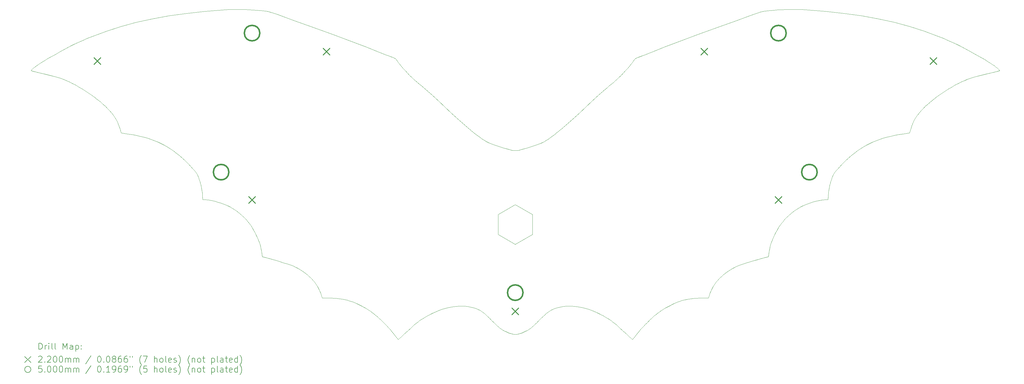
<source format=gbr>
%FSLAX45Y45*%
G04 Gerber Fmt 4.5, Leading zero omitted, Abs format (unit mm)*
G04 Created by KiCad (PCBNEW 6.0.2+dfsg-1) date 2022-07-25 18:36:48*
%MOMM*%
%LPD*%
G01*
G04 APERTURE LIST*
%TA.AperFunction,Profile*%
%ADD10C,0.120385*%
%TD*%
%TA.AperFunction,Profile*%
%ADD11C,0.100000*%
%TD*%
%ADD12C,0.200000*%
%ADD13C,0.220000*%
%ADD14C,0.500000*%
G04 APERTURE END LIST*
D10*
X29679431Y-5008906D02*
X29778374Y-4939924D01*
X14004947Y-11852224D02*
X14095672Y-11841522D01*
X12204400Y-12902691D02*
X12217000Y-12919000D01*
X969734Y-3784722D02*
X895475Y-3826865D01*
X26098940Y-8391726D02*
X26099940Y-8369726D01*
X16546814Y-6661161D02*
X16671163Y-6620561D01*
X15658647Y-12643270D02*
X15690642Y-12658544D01*
X26294595Y-7538413D02*
X26294595Y-7538413D01*
X15330777Y-6620835D02*
X15455127Y-6661435D01*
X19829943Y-3876143D02*
X19806112Y-3910944D01*
X13538170Y-11973206D02*
X13632489Y-11940088D01*
X5898985Y-8308683D02*
X5901000Y-8344000D01*
X12974808Y-4709355D02*
X12905560Y-4652402D01*
X11992960Y-3765695D02*
X11978138Y-3760731D01*
X2121751Y-4872889D02*
X2223566Y-4940199D01*
X7511784Y-9311102D02*
X7549032Y-9375528D01*
X4963835Y-6817015D02*
X5060117Y-6889165D01*
X26415341Y-7386717D02*
X26477332Y-7318619D01*
X15044230Y-12110649D02*
X15076542Y-12140417D01*
X21061541Y-11782906D02*
X21125017Y-11753563D01*
X17169085Y-11958297D02*
X17195336Y-11945633D01*
X7908813Y-2281042D02*
X7866302Y-2275670D01*
X12513179Y-4288973D02*
X12438287Y-4208628D01*
X5903000Y-8392000D02*
X5935000Y-8391000D01*
X28798498Y-6014614D02*
X28809100Y-5983931D01*
X26009061Y-2292975D02*
X25368374Y-2243334D01*
X12048070Y-3785799D02*
X12035040Y-3780789D01*
X25250879Y-2237184D02*
X25127027Y-2233249D01*
X22611246Y-2784527D02*
X21879870Y-3048168D01*
X28841969Y-5899394D02*
X28853515Y-5873233D01*
X8142608Y-2335481D02*
X8100581Y-2322463D01*
X27187619Y-2439022D02*
X26614579Y-2358024D01*
X28809100Y-5983931D02*
X28819832Y-5954598D01*
X7756298Y-9848121D02*
X7771697Y-9908691D01*
X19915998Y-12749946D02*
X19915998Y-12749946D01*
X9390695Y-2784801D02*
X8868420Y-2596979D01*
X6899948Y-8690128D02*
X6951266Y-8724242D01*
X17614793Y-5995278D02*
X17488668Y-6102845D01*
X20103947Y-12525958D02*
X20149741Y-12476977D01*
X28787954Y-6046790D02*
X28798498Y-6014614D01*
X23049928Y-10595939D02*
X23086060Y-10577888D01*
X11905240Y-3735084D02*
X11808466Y-3698733D01*
X1423174Y-3525912D02*
X1318852Y-3585111D01*
X10268398Y-11587331D02*
X10332159Y-11594798D01*
X14942173Y-6432099D02*
X14863186Y-6375791D01*
X3269553Y-6228342D02*
X3269553Y-6228342D01*
X12658756Y-4436753D02*
X12588041Y-4366512D01*
X5818394Y-7813771D02*
X5831417Y-7859921D01*
X11335650Y-12012373D02*
X11380110Y-12044886D01*
X28966699Y-5679317D02*
X28984510Y-5654816D01*
X29778374Y-4939924D02*
X29880189Y-4872615D01*
X7476230Y-9254867D02*
X7476230Y-9254867D01*
X12125613Y-3821644D02*
X12138457Y-3831383D01*
X17478856Y-11856432D02*
X17560053Y-11844162D01*
X20823744Y-3445329D02*
X20408192Y-3612995D01*
X17222820Y-11933398D02*
X17251918Y-11921298D01*
X1311313Y-4461765D02*
X1408041Y-4496528D01*
X17251918Y-11921298D02*
X17251918Y-11921298D01*
X11750827Y-12373332D02*
X11750827Y-12373332D01*
X2342128Y-3102341D02*
X2342128Y-3102341D01*
X3755189Y-6307868D02*
X3884247Y-6336098D01*
X3269553Y-6228342D02*
X3269553Y-6228342D01*
X19271695Y-12447684D02*
X19271695Y-12447684D01*
X28933944Y-5727271D02*
X28918858Y-5751016D01*
X29659812Y-3102067D02*
X29659812Y-3102067D01*
X25127027Y-2233249D02*
X24998719Y-2231507D01*
X5891758Y-8190404D02*
X5895040Y-8235202D01*
X28521941Y-6259488D02*
X28732387Y-6228068D01*
X8019686Y-10286193D02*
X8087550Y-10304599D01*
X24179325Y-10206868D02*
X24181970Y-10172416D01*
X24736333Y-2234513D02*
X24606056Y-2239219D01*
X9733791Y-11471127D02*
X9733791Y-11471127D01*
X14513273Y-6103119D02*
X14387147Y-5995552D01*
X24356835Y-2254927D02*
X24233769Y-2265478D01*
X12175512Y-12867129D02*
X12134593Y-12814495D01*
X5831417Y-7859921D02*
X5843494Y-7906916D01*
X26212113Y-7724888D02*
X26227500Y-7683008D01*
X31032206Y-3784448D02*
X31032206Y-3784448D01*
X24179325Y-10237868D02*
X24179325Y-10206868D01*
X12900464Y-12312678D02*
X12936850Y-12287037D01*
X21879870Y-3048168D02*
X21299169Y-3262744D01*
X584502Y-4271573D02*
X775136Y-4315660D01*
X2182338Y-3167746D02*
X2034026Y-3230588D01*
X15489864Y-12535943D02*
X15460860Y-12511898D01*
X20251114Y-12373057D02*
X20251114Y-12373057D01*
X3083082Y-5751290D02*
X3097401Y-5775073D01*
X16000000Y-6800000D02*
X16000000Y-6800000D01*
X26183546Y-7813497D02*
X26197435Y-7768481D01*
X19735968Y-12874246D02*
X19751287Y-12888068D01*
X27435899Y-6575698D02*
X27540655Y-6526373D01*
X19488761Y-4288699D02*
X19413899Y-4366238D01*
X12021472Y-3775751D02*
X12007425Y-3770710D01*
X17729350Y-11833516D02*
X17816975Y-11835096D01*
X20056479Y-3749273D02*
X20023803Y-3760456D01*
X11153159Y-11894693D02*
X11199887Y-11922562D01*
X15769544Y-6758227D02*
X15699031Y-6737154D01*
X5901000Y-8344000D02*
X5902000Y-8370000D01*
X16813577Y-6568136D02*
X16770847Y-6584991D01*
X10515520Y-11628483D02*
X10575123Y-11643739D01*
X16889091Y-6534374D02*
X16852707Y-6551391D01*
X19271695Y-12447684D02*
X19369433Y-12534825D01*
X367500Y-4204000D02*
X363000Y-4213000D01*
X11978138Y-3760731D02*
X11978138Y-3760731D01*
X24677663Y-9056771D02*
X24719785Y-9010111D01*
X19781179Y-3948785D02*
X19781179Y-3948785D01*
X11178197Y-3445604D02*
X10702771Y-3263018D01*
X11005700Y-11815151D02*
X11005700Y-11815151D01*
X12522379Y-12635213D02*
X12632507Y-12535099D01*
X9236414Y-10781980D02*
X9287951Y-10823877D01*
X19908359Y-3804744D02*
X19890416Y-3813488D01*
X31417438Y-4271298D02*
X31417438Y-4271298D01*
X22493810Y-11049288D02*
X22532892Y-11001932D01*
X16766534Y-12295876D02*
X16766534Y-12295876D01*
X3203443Y-6014888D02*
X3213986Y-6047065D01*
X25419875Y-8530117D02*
X25509645Y-8498131D01*
X5804505Y-7768755D02*
X5818394Y-7813771D01*
X18885172Y-4830011D02*
X18692722Y-5001202D01*
X23086060Y-10577888D02*
X23123852Y-10560326D01*
X8432643Y-2438573D02*
X8432643Y-2438573D01*
X27540655Y-6526373D02*
X27648391Y-6481040D01*
X23901359Y-2322188D02*
X23859332Y-2335207D01*
X3224541Y-6080881D02*
X3224541Y-6080881D01*
X7645106Y-2255201D02*
X7645106Y-2255201D01*
X11593748Y-3613269D02*
X11178197Y-3445604D01*
X19766571Y-3969925D02*
X19747338Y-3995419D01*
X26110182Y-8190129D02*
X26114954Y-8144149D01*
X1803107Y-4684030D02*
X1911119Y-4744501D01*
X15323738Y-12384212D02*
X15362200Y-12421619D01*
X939279Y-4355564D02*
X1080787Y-4392443D01*
X5586599Y-7386991D02*
X5639817Y-7448579D01*
X12007425Y-3770710D02*
X11992960Y-3765695D01*
X16639741Y-12421345D02*
X16678202Y-12383938D01*
X22334859Y-11303602D02*
X22361835Y-11250342D01*
X6492296Y-8498405D02*
X6582065Y-8530391D01*
X12175512Y-12867129D02*
X12191728Y-12887383D01*
X24342961Y-9593208D02*
X24378116Y-9518891D01*
X16092647Y-6792779D02*
X16060940Y-6797274D01*
X25335787Y-8564149D02*
X25376957Y-8546926D01*
X4866714Y-6749811D02*
X4963835Y-6817015D01*
X22946358Y-10655162D02*
X23014941Y-10614692D01*
X16990325Y-6477867D02*
X16957045Y-6497995D01*
X20945671Y-11840866D02*
X20996240Y-11814877D01*
X18652190Y-12052397D02*
X18652190Y-12052397D01*
X24902059Y-8837110D02*
X24950616Y-8797678D01*
X7395884Y-2239493D02*
X7265607Y-2234787D01*
X26197435Y-7768481D02*
X26212113Y-7724888D01*
X14095672Y-11841522D02*
X14184965Y-11835370D01*
X30798427Y-4427182D02*
X30921154Y-4392168D01*
X21125017Y-11753563D02*
X21187006Y-11726768D01*
X24260803Y-9796796D02*
X24271196Y-9766666D01*
X31610333Y-4172574D02*
X31597417Y-4160255D01*
X19980468Y-3775477D02*
X19966900Y-3780515D01*
X23978384Y-2301667D02*
X23940670Y-2311095D01*
X7476230Y-9254867D02*
X7511784Y-9311102D01*
X12085942Y-12750220D02*
X12085942Y-12750220D01*
X475895Y-4245924D02*
X498438Y-4251512D01*
X21187006Y-11726768D02*
X21247843Y-11702440D01*
X1896008Y-3291426D02*
X1767098Y-3350818D01*
X10634529Y-11661143D02*
X10694075Y-11680775D01*
X1408041Y-4496528D02*
X1497551Y-4532905D01*
X11803210Y-12426359D02*
X11852200Y-12477251D01*
X14750022Y-11921572D02*
X14779120Y-11933672D01*
X31503502Y-4251238D02*
X31478001Y-4257334D01*
X15799204Y-6766755D02*
X15769544Y-6758227D01*
X7718831Y-9734882D02*
X7730744Y-9766940D01*
X26104193Y-8287554D02*
X26106900Y-8234928D01*
X1141810Y-3687174D02*
X969734Y-3784722D01*
X11940789Y-12573522D02*
X11980784Y-12619344D01*
X5992879Y-2293249D02*
X5387361Y-2358299D01*
X6795193Y-8627790D02*
X6847893Y-8657950D01*
X23859332Y-2335207D02*
X23813470Y-2350412D01*
X27333695Y-6629206D02*
X27435899Y-6575698D01*
X25994940Y-8391726D02*
X25951941Y-8395883D01*
X13913030Y-11867454D02*
X14004947Y-11852224D01*
X5524609Y-7318893D02*
X5586599Y-7386991D01*
X1531866Y-3467502D02*
X1423174Y-3525912D01*
X24260803Y-9796796D02*
X24260803Y-9796796D01*
X16390956Y-6709850D02*
X16390956Y-6709850D01*
X15014116Y-12083958D02*
X15044230Y-12110649D01*
X6088330Y-8400465D02*
X6128845Y-8406345D01*
X29491765Y-5150668D02*
X29583760Y-5079255D01*
X8378843Y-10389222D02*
X8524099Y-10433372D01*
X30504389Y-4532631D02*
X30593900Y-4496254D01*
X22422980Y-11147454D02*
X22457178Y-11097790D01*
X24230244Y-9908417D02*
X24245642Y-9847847D01*
X10694075Y-11680775D02*
X10754098Y-11702715D01*
X30690628Y-4461491D02*
X30798427Y-4427182D01*
X15889673Y-6789602D02*
X15907353Y-6792779D01*
X28830765Y-5926467D02*
X28841969Y-5899394D01*
X1318852Y-3585111D02*
X1318852Y-3585111D01*
X24093127Y-2280768D02*
X24053494Y-2286764D01*
X12730246Y-12447958D02*
X12730246Y-12447958D01*
X14750022Y-11921572D02*
X14750022Y-11921572D01*
X18369452Y-11939813D02*
X18463770Y-11972932D01*
X15975389Y-12749825D02*
X15946016Y-12746989D01*
X26114954Y-8144149D02*
X26121140Y-8097275D01*
X12367482Y-4129970D02*
X12304881Y-4057494D01*
X7003222Y-2231781D02*
X6874913Y-2233523D01*
X19915998Y-12749946D02*
X19948778Y-12707197D01*
X1693833Y-4626447D02*
X1803107Y-4684030D01*
X31503502Y-4251238D02*
X31526045Y-4245650D01*
X23477841Y-10433098D02*
X23623097Y-10388948D01*
X5696311Y-7521351D02*
X5707345Y-7538687D01*
X20532881Y-12114417D02*
X20577429Y-12078667D01*
X14601664Y-11873637D02*
X14677389Y-11895252D01*
X363000Y-4213000D02*
X391000Y-4223000D01*
X31312511Y-3948737D02*
X31255816Y-3914126D01*
X31106465Y-3826591D02*
X31032206Y-3784448D01*
X19634459Y-4129696D02*
X19563654Y-4208353D01*
X404523Y-4160530D02*
X391608Y-4172848D01*
X15323738Y-12384212D02*
X15235406Y-12296150D01*
X3083082Y-5751290D02*
X3067996Y-5727545D01*
X16131674Y-6785227D02*
X16152883Y-6780079D01*
X11105354Y-11867603D02*
X11153159Y-11894693D01*
X30470074Y-3467228D02*
X30355828Y-3409050D01*
X15600000Y-12612000D02*
X15628602Y-12627882D01*
X9991165Y-11574138D02*
X9991165Y-11574138D01*
X25830722Y-8413426D02*
X25873095Y-8406071D01*
X9287951Y-10823877D02*
X9336969Y-10866830D01*
X19587915Y-12735049D02*
X19680331Y-12822178D01*
X10134894Y-11577560D02*
X10202755Y-11581612D01*
X15762514Y-12690268D02*
X15762514Y-12690268D01*
X14908023Y-12002083D02*
X14933155Y-12019406D01*
X8266225Y-10355876D02*
X8378843Y-10389222D01*
X29984472Y-4807281D02*
X30090821Y-4744227D01*
X18786008Y-12118870D02*
X18828636Y-12141705D01*
X12237664Y-12899760D02*
X12217000Y-12919000D01*
X14958960Y-12038631D02*
X14985820Y-12060050D01*
X22611246Y-2784527D02*
X22611246Y-2784527D01*
X23569298Y-2438299D02*
X23569298Y-2438299D01*
X19280734Y-4494927D02*
X19280734Y-4494927D01*
X26362123Y-7448305D02*
X26415341Y-7386717D01*
X18076709Y-5574653D02*
X17904880Y-5734603D01*
X7099881Y-8837384D02*
X7147334Y-8878425D01*
X16343293Y-12642996D02*
X16373338Y-12627608D01*
X15610984Y-6710124D02*
X15610984Y-6710124D01*
X7866302Y-2275670D02*
X7768171Y-2265752D01*
X1767098Y-3350818D02*
X1646113Y-3409324D01*
X31638940Y-4212726D02*
X31634440Y-4203726D01*
X12048070Y-3785799D02*
X12060499Y-3790754D01*
X31312511Y-3948737D02*
X31312511Y-3948737D01*
X19239142Y-12419640D02*
X19271695Y-12447684D01*
X14358310Y-11836805D02*
X14441888Y-11844436D01*
X16957711Y-12110375D02*
X16987824Y-12083684D01*
X17400276Y-11873363D02*
X17478856Y-11856432D01*
X18989812Y-12236789D02*
X19027876Y-12261562D01*
X30578766Y-3525637D02*
X30470074Y-3467228D01*
X11199887Y-11922562D02*
X11245743Y-11951364D01*
X7741138Y-9797071D02*
X7741138Y-9797071D01*
X8432643Y-2438573D02*
X8296174Y-2388695D01*
X5387361Y-2358299D02*
X4814321Y-2439296D01*
X12018176Y-12663920D02*
X12053163Y-12707471D01*
X17254582Y-6289544D02*
X17138754Y-6375516D01*
X19915998Y-12749946D02*
X19915998Y-12749946D01*
X11593748Y-3613269D02*
X11593748Y-3613269D01*
X17195336Y-11945633D02*
X17222820Y-11933398D01*
X16028953Y-12749825D02*
X16056009Y-12746989D01*
X19784940Y-12918726D02*
X19764277Y-12899485D01*
X26614579Y-2358024D02*
X26009061Y-2292975D01*
X25873095Y-8406071D02*
X25913610Y-8400191D01*
X23133521Y-2596704D02*
X22611246Y-2784527D01*
X20008980Y-3765421D02*
X19994515Y-3770436D01*
X16456848Y-12576962D02*
X16429608Y-12594970D01*
X16176517Y-6773894D02*
X16152883Y-6780079D01*
X26339787Y-7475599D02*
X26362123Y-7448305D01*
X9610736Y-11198573D02*
X9640106Y-11250617D01*
X20349152Y-12277419D02*
X20396322Y-12233363D01*
X20149741Y-12476977D02*
X20198730Y-12426084D01*
X3136465Y-5848113D02*
X3148425Y-5873507D01*
X28949867Y-5703420D02*
X28966699Y-5679317D01*
X8296174Y-2388695D02*
X8188470Y-2350686D01*
X13523335Y-5196936D02*
X13309218Y-5001476D01*
X19840600Y-3861089D02*
X19829943Y-3876143D01*
X12974808Y-4709355D02*
X12974808Y-4709355D01*
X31255816Y-3914126D02*
X31184068Y-3871613D01*
X24561035Y-9203623D02*
X24598196Y-9153609D01*
X13349750Y-12052671D02*
X13443845Y-12010741D01*
X15829544Y-12716738D02*
X15860449Y-12727136D01*
X31184068Y-3871613D02*
X31106465Y-3826591D01*
X18950876Y-12212430D02*
X18989812Y-12236789D01*
X19918625Y-3800116D02*
X19941442Y-3790480D01*
X9766994Y-11573455D02*
X9991165Y-11574138D01*
X31417438Y-4271298D02*
X31417438Y-4271298D01*
X20023803Y-3760456D02*
X20023803Y-3760456D01*
X16031103Y-6799439D02*
X16060940Y-6797274D01*
D11*
X15444358Y-8874200D02*
X15444358Y-9515800D01*
D10*
X21799185Y-11581338D02*
X21867047Y-11577286D01*
X24525710Y-9254593D02*
X24525710Y-9254593D01*
X24719785Y-9010111D02*
X24763377Y-8964734D01*
X19027132Y-4709080D02*
X19027132Y-4709080D01*
X7265607Y-2234787D02*
X7134086Y-2232209D01*
X28777400Y-6080607D02*
X28777400Y-6080607D01*
X9578960Y-11147729D02*
X9610736Y-11198573D01*
X9733791Y-11471127D02*
X9766994Y-11573455D01*
X5774440Y-7683283D02*
X5758420Y-7643406D01*
X19781179Y-3948785D02*
X19781179Y-3948785D01*
X7623824Y-9519165D02*
X7658980Y-9593483D01*
X15231094Y-6585265D02*
X15188363Y-6568410D01*
X12588041Y-4366512D02*
X12513179Y-4288973D01*
X31563162Y-4130483D02*
X31519957Y-4095654D01*
X18911049Y-12188472D02*
X18950876Y-12212430D01*
X25050674Y-8723968D02*
X25101992Y-8689854D01*
X5789828Y-7725162D02*
X5804505Y-7768755D01*
X26170524Y-7859647D02*
X26183546Y-7813497D01*
X19806112Y-3910944D02*
X19781179Y-3948785D01*
X13131631Y-12165176D02*
X13173304Y-12141979D01*
X12301880Y-12841192D02*
X12321609Y-12822452D01*
X2510176Y-5150942D02*
X2598093Y-5223115D01*
X15610984Y-6710124D02*
X15455127Y-6661435D01*
X21937465Y-11574821D02*
X22010776Y-11573864D01*
X7134086Y-2232209D02*
X7003222Y-2231781D01*
X12111525Y-3813762D02*
X12125613Y-3821644D01*
X4461285Y-6526647D02*
X4566041Y-6575972D01*
X11005700Y-11815151D02*
X11005700Y-11815151D01*
X3224541Y-6080881D02*
X3269553Y-6228342D01*
X12060499Y-3790754D02*
X12083315Y-3800390D01*
X15762514Y-12690268D02*
X15796991Y-12704448D01*
X17059767Y-6431825D02*
X16990325Y-6477867D01*
X10814935Y-11727042D02*
X10876923Y-11753837D01*
X26106900Y-8234928D02*
X26106900Y-8234928D01*
X24191560Y-10100112D02*
X24202309Y-10039262D01*
X16923586Y-6516703D02*
X16889091Y-6534374D01*
X19101476Y-12312404D02*
X19137053Y-12338499D01*
X30308108Y-4626173D02*
X30418241Y-4571781D01*
X31577634Y-4231329D02*
X31610940Y-4222726D01*
X12161341Y-3861363D02*
X12151973Y-3848518D01*
X19747338Y-3995419D02*
X19697059Y-4057220D01*
X19810212Y-12887109D02*
X19826429Y-12866855D01*
X27730872Y-2536505D02*
X27187619Y-2439022D01*
X21546557Y-11615019D02*
X21607565Y-11603818D01*
X7403744Y-9153883D02*
X7440906Y-9203897D01*
X15918410Y-12742262D02*
X15946016Y-12746989D01*
X6049999Y-8396157D02*
X6007000Y-8392000D01*
X15489864Y-12535943D02*
X15517772Y-12557596D01*
X20096701Y-3734810D02*
X20056479Y-3749273D01*
X9691679Y-11358369D02*
X9713911Y-11414113D01*
X12171998Y-3876417D02*
X12161341Y-3861363D01*
X12730246Y-12447958D02*
X12762798Y-12419914D01*
D11*
X15444358Y-9515800D02*
X16000000Y-9836600D01*
D10*
X11424512Y-12078941D02*
X11469060Y-12114691D01*
X26100940Y-8343726D02*
X26102955Y-8308409D01*
X24867854Y-2231935D02*
X24736333Y-2234513D01*
X7658980Y-9593483D02*
X7691047Y-9666204D01*
X24215502Y-9973793D02*
X24230244Y-9908417D01*
X31545800Y-4240510D02*
X31554686Y-4238089D01*
X29168586Y-5440879D02*
X29241855Y-5368250D01*
X7586777Y-9445698D02*
X7623824Y-9519165D01*
X3159971Y-5899668D02*
X3171176Y-5926741D01*
X16484168Y-12557321D02*
X16512077Y-12535669D01*
X20408192Y-3612995D02*
X20408192Y-3612995D01*
X7986322Y-2293918D02*
X7948447Y-2287038D01*
X552570Y-4264275D02*
X584502Y-4271573D01*
X24415164Y-9445424D02*
X24452909Y-9375254D01*
X20621831Y-12044612D02*
X20666290Y-12012099D01*
X15939060Y-6797274D02*
X15968897Y-6799439D01*
X24452909Y-9375254D02*
X24490156Y-9310828D01*
X28247027Y-2651012D02*
X27730872Y-2536505D01*
X24606056Y-2239219D02*
X24478923Y-2246031D01*
X18088911Y-11867180D02*
X18181785Y-11886915D01*
X12220762Y-3949060D02*
X12220762Y-3949060D01*
X26941823Y-6888891D02*
X27038105Y-6816741D01*
X26277146Y-7570544D02*
X26294595Y-7538413D01*
X1646113Y-3409324D02*
X1531866Y-3467502D01*
X6624983Y-8547200D02*
X6666153Y-8564423D01*
X21867047Y-11577286D02*
X21937465Y-11574821D01*
X14632032Y-6200068D02*
X14513273Y-6103119D01*
X17816975Y-11835096D02*
X17906269Y-11841248D01*
X16852707Y-6551391D02*
X16813577Y-6568136D01*
X15517772Y-12557596D02*
X15545092Y-12577236D01*
X9544763Y-11098064D02*
X9578960Y-11147729D01*
X5724795Y-7570818D02*
X5741845Y-7605821D01*
X29880189Y-4872615D02*
X29984472Y-4807281D01*
X6705248Y-8581965D02*
X6741939Y-8599730D01*
X13259535Y-12096656D02*
X13349750Y-12052671D01*
X14806604Y-11945907D02*
X14832855Y-11958571D01*
X11290929Y-11981250D02*
X11335650Y-12012373D01*
X8378843Y-10389222D02*
X8378843Y-10389222D01*
X3017430Y-5655090D02*
X3017430Y-5655090D01*
X3035241Y-5679591D02*
X3052073Y-5703694D01*
X531393Y-4058190D02*
X481983Y-4095928D01*
X9640106Y-11250617D02*
X9667082Y-11303876D01*
X2322510Y-5009180D02*
X2418181Y-5079529D01*
X26544947Y-7247394D02*
X26615038Y-7176426D01*
X5895040Y-8235202D02*
X5897748Y-8287828D01*
X15762514Y-12690268D02*
X15762514Y-12690268D01*
X12936850Y-12287037D02*
X12974064Y-12261837D01*
X6582065Y-8530391D02*
X6624983Y-8547200D01*
X26294595Y-7538413D02*
X26294595Y-7538413D01*
X2900937Y-5513327D02*
X2962429Y-5584740D01*
X24179325Y-10237868D02*
X24037008Y-10272017D01*
X2793134Y-2933529D02*
X2342128Y-3102341D01*
X1583700Y-4572055D02*
X1693833Y-4626447D01*
X5707345Y-7538687D02*
X5707345Y-7538687D01*
X19948778Y-12707197D02*
X19983764Y-12663645D01*
X31626940Y-4191726D02*
X31619982Y-4182822D01*
X12304881Y-4057494D02*
X12254602Y-3995693D01*
X31470548Y-4057916D02*
X31417675Y-4019418D01*
X19941442Y-3790480D02*
X19953871Y-3785525D01*
X12438287Y-4208628D02*
X12367482Y-4129970D01*
X30683088Y-3584837D02*
X30578766Y-3525637D01*
X20021156Y-12619070D02*
X20061151Y-12573248D01*
X24356835Y-2254927D02*
X24356835Y-2254927D01*
X19413899Y-4366238D02*
X19343184Y-4436479D01*
X10202755Y-11581612D02*
X10268398Y-11587331D01*
X12721206Y-4495201D02*
X12658756Y-4436753D01*
X2017468Y-4807555D02*
X2121751Y-4872889D01*
X7147334Y-8878425D02*
X7193592Y-8920994D01*
X9390695Y-2784801D02*
X9390695Y-2784801D01*
X31619982Y-4182822D02*
X31610333Y-4172574D01*
X969734Y-3784722D02*
X969734Y-3784722D01*
X21299169Y-3262744D02*
X20823744Y-3445329D01*
X16890506Y-12173283D02*
X16925398Y-12140143D01*
X11245743Y-11951364D02*
X11290929Y-11981250D01*
X22010776Y-11573864D02*
X22010776Y-11573864D01*
X23735715Y-10355602D02*
X23832511Y-10327474D01*
X4242406Y-6439784D02*
X4353550Y-6481315D01*
X15545092Y-12577236D02*
X15572332Y-12595245D01*
X15149233Y-6551665D02*
X15112849Y-6534649D01*
X13173304Y-12141979D02*
X13215932Y-12119144D01*
X28984510Y-5654816D02*
X28984510Y-5654816D01*
X5774440Y-7683283D02*
X5789828Y-7725162D01*
X24191560Y-10100112D02*
X24184146Y-10151630D01*
X19849968Y-3848243D02*
X19840600Y-3861089D01*
X16083615Y-12742262D02*
X16056009Y-12746989D01*
X12905560Y-4652402D02*
X12834663Y-4593041D01*
X19171842Y-12365061D02*
X19205865Y-12392104D01*
X31417438Y-4271298D02*
X31449370Y-4264001D01*
X24271196Y-9766666D02*
X24283109Y-9734608D01*
X12235370Y-3970199D02*
X12220762Y-3949060D01*
X11897994Y-12526232D02*
X11940789Y-12573522D01*
X26147390Y-7954192D02*
X26158446Y-7906642D01*
X20996240Y-11814877D02*
X21061541Y-11782906D01*
X22664971Y-10866556D02*
X22713989Y-10823603D01*
X16390956Y-6709850D02*
X16302909Y-6736880D01*
X25101992Y-8689854D02*
X25154047Y-8657676D01*
X11852200Y-12477251D02*
X11897994Y-12526232D01*
X16456848Y-12576962D02*
X16484168Y-12557321D01*
X3052073Y-5703694D02*
X3067996Y-5727545D01*
X10064476Y-11575095D02*
X10134894Y-11577560D01*
X15690642Y-12658544D02*
X15762514Y-12690268D01*
X2034026Y-3230588D02*
X1896008Y-3291426D01*
X4768328Y-6687363D02*
X4866714Y-6749811D01*
X31634440Y-4203726D02*
X31626940Y-4191726D01*
X20996240Y-11814877D02*
X20996240Y-11814877D01*
X14832855Y-11958571D02*
X14858255Y-11971959D01*
X2342128Y-3102341D02*
X2182338Y-3167746D01*
X14985820Y-12060050D02*
X15014116Y-12083958D01*
X31364082Y-3982309D02*
X31312511Y-3948737D01*
X16172481Y-12716738D02*
X16141576Y-12727136D01*
X19271695Y-12447684D02*
X19271695Y-12447684D01*
X16028953Y-12749825D02*
X15999854Y-12750770D01*
X8023556Y-2301941D02*
X7986322Y-2293918D01*
X7476230Y-9254867D02*
X7476230Y-9254867D01*
D11*
X15999983Y-8553429D02*
X16555625Y-8874229D01*
D10*
X19966900Y-3780515D02*
X19953871Y-3785525D01*
X13730299Y-5390676D02*
X13523335Y-5196936D01*
X21669781Y-11594524D02*
X21733542Y-11587057D01*
X15600000Y-12612000D02*
X15572332Y-12595245D01*
X6171218Y-8413700D02*
X6215120Y-8422435D01*
X11469060Y-12114691D02*
X11513958Y-12152289D01*
X12085942Y-12750220D02*
X12134593Y-12814495D01*
X26137436Y-8002007D02*
X26147390Y-7954192D01*
X25154047Y-8657676D02*
X25206748Y-8627516D01*
X22713989Y-10823603D02*
X22765526Y-10781706D01*
X24378116Y-9518891D02*
X24415164Y-9445424D01*
X7741138Y-9797071D02*
X7741138Y-9797071D01*
X30921154Y-4392168D02*
X31062661Y-4355290D01*
X15918410Y-12742262D02*
X15889979Y-12735645D01*
X31554686Y-4238089D02*
X31577634Y-4231329D01*
X22268149Y-11470853D02*
X22268149Y-11470853D01*
X21733542Y-11587057D02*
X21799185Y-11581338D01*
X26320825Y-7499998D02*
X26339787Y-7475599D01*
X817872Y-3871888D02*
X746124Y-3914400D01*
X2760085Y-5368524D02*
X2833354Y-5441153D01*
X17996993Y-11851950D02*
X18088911Y-11867180D01*
X27759534Y-6439510D02*
X27874513Y-6401591D01*
X26034940Y-8390726D02*
X25994940Y-8391726D01*
X28933944Y-5727271D02*
X28949867Y-5703420D01*
X28738775Y-2783083D02*
X28247027Y-2651012D01*
X689429Y-3949011D02*
X637859Y-3982583D01*
X18275378Y-11911134D02*
X18369452Y-11939813D01*
X18870309Y-12164902D02*
X18911049Y-12188472D01*
X26845951Y-6966179D02*
X26941823Y-6888891D01*
X12220762Y-3949060D02*
X12195828Y-3911218D01*
X24637103Y-9104631D02*
X24677663Y-9056771D01*
X24808348Y-8920720D02*
X24854606Y-8878151D01*
X3124022Y-5823339D02*
X3136465Y-5848113D01*
X27038105Y-6816741D02*
X27135226Y-6749537D01*
D11*
X16555608Y-8874200D02*
X16555608Y-9515800D01*
D10*
X24525710Y-9254593D02*
X24561035Y-9203623D01*
X18463770Y-11972932D02*
X18558096Y-12010467D01*
X28521941Y-6259488D02*
X28521941Y-6259488D01*
X22268149Y-11470853D02*
X22288030Y-11413839D01*
X22310262Y-11358095D02*
X22334859Y-11303602D01*
X969734Y-3784722D02*
X969734Y-3784722D01*
X8378843Y-10389222D02*
X8378843Y-10389222D01*
X7799631Y-10039536D02*
X7810381Y-10100386D01*
X20487983Y-12152015D02*
X20532881Y-12114417D01*
X10332159Y-11594798D02*
X10394375Y-11604092D01*
X23623097Y-10388948D02*
X23623097Y-10388948D01*
X5060117Y-6889165D02*
X5155990Y-6966453D01*
X19918625Y-3800116D02*
X19908359Y-3804744D01*
X2681530Y-5295743D02*
X2760085Y-5368524D01*
X20408192Y-3612995D02*
X20301510Y-3656241D01*
X12834663Y-4593041D02*
X12770437Y-4538298D01*
X13925231Y-5574928D02*
X13730299Y-5390676D01*
X5251880Y-7049069D02*
X5251880Y-7049069D01*
X31597417Y-4160255D02*
X31563162Y-4130483D01*
X14750022Y-11921572D02*
X14750022Y-11921572D01*
X15870498Y-6785399D02*
X15849290Y-6780251D01*
X19280734Y-4494927D02*
X19231503Y-4538024D01*
X5843494Y-7906916D02*
X5854550Y-7954466D01*
X30683088Y-3584837D02*
X30683088Y-3584837D01*
X26106900Y-8234928D02*
X26110182Y-8190129D01*
X5886986Y-8144423D02*
X5891758Y-8190404D01*
X6049999Y-8396157D02*
X6049999Y-8396157D01*
X523939Y-4257608D02*
X498438Y-4251512D01*
X15460860Y-12511898D02*
X15430253Y-12485083D01*
X14863186Y-6375791D02*
X14863186Y-6375791D01*
X23355607Y-10472356D02*
X23477841Y-10433098D01*
X13012129Y-12237063D02*
X13051064Y-12212705D01*
X19797541Y-12902417D02*
X19810212Y-12887109D01*
X16604405Y-12454842D02*
X16639741Y-12421345D01*
X26158446Y-7906642D02*
X26170524Y-7859647D01*
X9713911Y-11414113D02*
X9733791Y-11471127D01*
X5155990Y-6966453D02*
X5251880Y-7049069D01*
X23123852Y-10560326D02*
X23163813Y-10543039D01*
X23569298Y-2438299D02*
X23569298Y-2438299D01*
X20756198Y-11951090D02*
X20802053Y-11922288D01*
X16987824Y-12083684D02*
X17016121Y-12059776D01*
X5864505Y-8002281D02*
X5873281Y-8050072D01*
X4271069Y-2536779D02*
X3754914Y-2651287D01*
X12111525Y-3813762D02*
X12093581Y-3805018D01*
X15984095Y-6799875D02*
X15968897Y-6799439D01*
X31519957Y-4095654D02*
X31470548Y-4057916D01*
X9991165Y-11574138D02*
X10064476Y-11575095D01*
X12974808Y-4709355D02*
X12974808Y-4709355D01*
X24184146Y-10151630D02*
X24181970Y-10172416D01*
X24854606Y-8878151D02*
X24902059Y-8837110D01*
X26615038Y-7176426D02*
X26684459Y-7109098D01*
X5897748Y-8287828D02*
X5898985Y-8308683D01*
X16766534Y-12295876D02*
X16766534Y-12295876D01*
X10394375Y-11604092D02*
X10455383Y-11615294D01*
X11700430Y-3656515D02*
X11593748Y-3613269D01*
X5741845Y-7605821D02*
X5758420Y-7643406D01*
X13730299Y-5390676D02*
X13730299Y-5390676D01*
X20408192Y-3612995D02*
X20408192Y-3612995D01*
X28877918Y-5823065D02*
X28890916Y-5798767D01*
X25206748Y-8627516D02*
X25260002Y-8599455D01*
X17138754Y-6375516D02*
X17138754Y-6375516D01*
X31610940Y-4222726D02*
X31638940Y-4212726D01*
X7786439Y-9974067D02*
X7799631Y-10039536D01*
X22618458Y-10910583D02*
X22664971Y-10866556D01*
D11*
X15444375Y-8874229D02*
X16000017Y-8553429D01*
D10*
X17324551Y-11894978D02*
X17400276Y-11873363D01*
X12053163Y-12707471D02*
X12085942Y-12750220D01*
X7001755Y-8760211D02*
X7051324Y-8797952D01*
X11056269Y-11841140D02*
X11105354Y-11867603D01*
X15870498Y-6785399D02*
X15889673Y-6789602D01*
X25296693Y-8581691D02*
X25335787Y-8564149D01*
X6633566Y-2243608D02*
X5992879Y-2293249D01*
X12730246Y-12447958D02*
X12730246Y-12447958D01*
X4814321Y-2439296D02*
X4271069Y-2536779D01*
X28732387Y-6228068D02*
X28732387Y-6228068D01*
X6049999Y-8396157D02*
X6049999Y-8396157D01*
X13090891Y-12188746D02*
X13131631Y-12165176D01*
X689429Y-3949011D02*
X689429Y-3949011D01*
X17143686Y-11971685D02*
X17169085Y-11958297D01*
X3171176Y-5926741D02*
X3182108Y-5954872D01*
X17138754Y-6375516D02*
X17138754Y-6375516D01*
X584266Y-4019692D02*
X531393Y-4058190D01*
X2598093Y-5223115D02*
X2681530Y-5295743D01*
X14249721Y-5873945D02*
X14097061Y-5734877D01*
X15149289Y-12210364D02*
X15235406Y-12296150D01*
X20896586Y-11867329D02*
X20945671Y-11840866D01*
X14097061Y-5734877D02*
X13925231Y-5574928D01*
X7730744Y-9766940D02*
X7741138Y-9797071D01*
X3192841Y-5984206D02*
X3203443Y-6014888D01*
X12237664Y-12899760D02*
X12250654Y-12888342D01*
X31032206Y-3784448D02*
X30860130Y-3686900D01*
X30234842Y-3350544D02*
X30105933Y-3291152D01*
X30418241Y-4571781D02*
X30504389Y-4532631D01*
X27648391Y-6481040D02*
X27759534Y-6439510D01*
X7691047Y-9666204D02*
X7718831Y-9734882D01*
X14523085Y-11856706D02*
X14601664Y-11873637D01*
X12220762Y-3949060D02*
X12220762Y-3949060D01*
X3182108Y-5954872D02*
X3192841Y-5984206D01*
X5386902Y-7176700D02*
X5456994Y-7247668D01*
X6666153Y-8564423D02*
X6705248Y-8581965D01*
X16541080Y-12511624D02*
X16512077Y-12535669D01*
X16957045Y-6497995D02*
X16923586Y-6516703D01*
X8061270Y-2311369D02*
X8023556Y-2301941D01*
X24490156Y-9310828D02*
X24525710Y-9254593D01*
X23914390Y-10304325D02*
X23982254Y-10285919D01*
X7051324Y-8797952D02*
X7099881Y-8837384D01*
X584502Y-4271573D02*
X584502Y-4271573D01*
X689429Y-3949011D02*
X689429Y-3949011D01*
X20996240Y-11814877D02*
X20996240Y-11814877D01*
X16766534Y-12295876D02*
X16678202Y-12383938D01*
X23569298Y-2438299D02*
X23133521Y-2596704D01*
X17093918Y-12001808D02*
X17118757Y-11986091D01*
X3148425Y-5873507D02*
X3159971Y-5899668D01*
X12321609Y-12822452D02*
X12321609Y-12822452D01*
X11380110Y-12044886D02*
X11424512Y-12078941D01*
X11808466Y-3698733D02*
X11700430Y-3656515D01*
X19867347Y-12814221D02*
X19826429Y-12866855D01*
X584502Y-4271573D02*
X584502Y-4271573D01*
X31417675Y-4019418D02*
X31364082Y-3982309D01*
X23832511Y-10327474D02*
X23914390Y-10304325D01*
X26106900Y-8234928D02*
X26106900Y-8234928D01*
X15923636Y-6795363D02*
X15907353Y-6792779D01*
X30860130Y-3686900D02*
X30683088Y-3584837D01*
X12195828Y-3911218D02*
X12171998Y-3876417D01*
X5895040Y-8235202D02*
X5895040Y-8235202D01*
X20396322Y-12233363D02*
X20442531Y-12191613D01*
X13349750Y-12052671D02*
X13349750Y-12052671D01*
X20848781Y-11894419D02*
X20896586Y-11867329D01*
X16112046Y-12735645D02*
X16083615Y-12742262D01*
X424306Y-4231603D02*
X447254Y-4238363D01*
X23163813Y-10543039D02*
X23252296Y-10508432D01*
X19718749Y-12858401D02*
X19735968Y-12874246D01*
X24283109Y-9734608D02*
X24310893Y-9665930D01*
X4008183Y-6367367D02*
X4127427Y-6401866D01*
X26099940Y-8369726D02*
X26100940Y-8343726D01*
X7819970Y-10172690D02*
X7822615Y-10207142D01*
X19983764Y-12663645D02*
X20021156Y-12619070D01*
X22268149Y-11470853D02*
X22268149Y-11470853D01*
X16202968Y-6766583D02*
X16176517Y-6773894D01*
X13730299Y-5390676D02*
X13730299Y-5390676D01*
X25509645Y-8498131D02*
X25602473Y-8468962D01*
X26102955Y-8308409D02*
X26104193Y-8287554D01*
X19857708Y-3838089D02*
X19849968Y-3848243D01*
X12721206Y-4495201D02*
X12721206Y-4495201D01*
X15076542Y-12140417D02*
X15111435Y-12173558D01*
X24310893Y-9665930D02*
X24342961Y-9593208D01*
X28117693Y-6335824D02*
X28246751Y-6307594D01*
X10575123Y-11643739D02*
X10634529Y-11661143D01*
X637859Y-3982583D02*
X584266Y-4019692D01*
X11978138Y-3760731D02*
X11945462Y-3749548D01*
X28853515Y-5873233D02*
X28865475Y-5847839D01*
X15044895Y-6498269D02*
X15011615Y-6478142D01*
X27874513Y-6401591D02*
X27993757Y-6367093D01*
X15112849Y-6534649D02*
X15078355Y-6516977D01*
X30355828Y-3409050D02*
X30234842Y-3350544D01*
X13116769Y-4830286D02*
X13037676Y-4761913D01*
X8878089Y-10560600D02*
X8915880Y-10578162D01*
X15235406Y-12296150D02*
X15235406Y-12296150D01*
X523939Y-4257608D02*
X552570Y-4264275D01*
X29583760Y-5079255D02*
X29679431Y-5008906D01*
X9469049Y-11002206D02*
X9508130Y-11049563D01*
X7645106Y-2255201D02*
X7645106Y-2255201D01*
X12250654Y-12888342D02*
X12265973Y-12874520D01*
X26477332Y-7318619D02*
X26544947Y-7247394D01*
X29967914Y-3230314D02*
X29819602Y-3167472D01*
X5251880Y-7049069D02*
X5251880Y-7049069D01*
X12191728Y-12887383D02*
X12204400Y-12902691D01*
X16311298Y-12658270D02*
X16343293Y-12642996D01*
X9508130Y-11049563D02*
X9544763Y-11098064D01*
X9733791Y-11471127D02*
X9733791Y-11471127D01*
X23982254Y-10285919D02*
X24037008Y-10272017D01*
X4566041Y-6575972D02*
X4668246Y-6629480D01*
X9427504Y-10955977D02*
X9469049Y-11002206D01*
X29208806Y-2933255D02*
X28738775Y-2783083D01*
X22391204Y-11198299D02*
X22422980Y-11147454D01*
X11750827Y-12373332D02*
X11750827Y-12373332D01*
X391000Y-4223000D02*
X424306Y-4231603D01*
X7324278Y-9057045D02*
X7364838Y-9104905D01*
X22010776Y-11573864D02*
X22010776Y-11573864D01*
X12093581Y-3805018D02*
X12083315Y-3800390D01*
X11803210Y-12426359D02*
X11750827Y-12373332D01*
X17369909Y-6199793D02*
X17254582Y-6289544D01*
X11945462Y-3749548D02*
X11905240Y-3735084D01*
X381958Y-4183096D02*
X375000Y-4192000D01*
X28777400Y-6080607D02*
X28787954Y-6046790D01*
X21486421Y-11628208D02*
X21546557Y-11615019D01*
X10122071Y-3048442D02*
X9390695Y-2784801D01*
X12632507Y-12535099D02*
X12730246Y-12447958D01*
X21426818Y-11643465D02*
X21486421Y-11628208D01*
X15235406Y-12296150D02*
X15235406Y-12296150D01*
X12265973Y-12874520D02*
X12283191Y-12858676D01*
X18558096Y-12010467D02*
X18652190Y-12052397D01*
X14863186Y-6375791D02*
X14747358Y-6289818D01*
X7768171Y-2265752D02*
X7645106Y-2255201D01*
X9383482Y-10910858D02*
X9427504Y-10955977D01*
X15362200Y-12421619D02*
X15397536Y-12455116D01*
X29659812Y-3102067D02*
X29659812Y-3102067D01*
X5456994Y-7247668D02*
X5524609Y-7318893D01*
X481983Y-4095928D02*
X438779Y-4130757D01*
X28890916Y-5798767D02*
X28904539Y-5774799D01*
X20442531Y-12191613D02*
X20487983Y-12152015D01*
X4127427Y-6401866D02*
X4242406Y-6439784D01*
X11005700Y-11815151D02*
X11056269Y-11841140D01*
X10754098Y-11702715D02*
X10814935Y-11727042D01*
X8749644Y-10508706D02*
X8838127Y-10543313D01*
X16766534Y-12295876D02*
X16852652Y-12210090D01*
X25260002Y-8599455D02*
X25296693Y-8581691D01*
X375000Y-4192000D02*
X367500Y-4204000D01*
X14441888Y-11844436D02*
X14523085Y-11856706D01*
X20301510Y-3656241D02*
X20193475Y-3698458D01*
X12762798Y-12419914D02*
X12796075Y-12392378D01*
X5873281Y-8050072D02*
X5880801Y-8097549D01*
X12414026Y-12735324D02*
X12522379Y-12635213D01*
X28819832Y-5954598D02*
X28830765Y-5926467D01*
X15628602Y-12627882D02*
X15658647Y-12643270D01*
X14779120Y-11933672D02*
X14806604Y-11945907D01*
X16890506Y-12173283D02*
X16852652Y-12210090D01*
X9390695Y-2784801D02*
X9390695Y-2784801D01*
X17042981Y-12038356D02*
X17068786Y-12019132D01*
X19479561Y-12634939D02*
X19587915Y-12735049D01*
X15330777Y-6620835D02*
X15231094Y-6585265D01*
X11593748Y-3613269D02*
X11593748Y-3613269D01*
X24202309Y-10039262D02*
X24215502Y-9973793D01*
X28865475Y-5847839D02*
X28877918Y-5823065D01*
X18652190Y-12052397D02*
X18742405Y-12096382D01*
X19563654Y-4208353D02*
X19488761Y-4288699D01*
X25786820Y-8422161D02*
X25830722Y-8413426D01*
X29659812Y-3102067D02*
X29208806Y-2933255D01*
X5707345Y-7538687D02*
X5707345Y-7538687D01*
X27135226Y-6749537D02*
X27233613Y-6687089D01*
X28732387Y-6228068D02*
X28777400Y-6080607D01*
X24950616Y-8797678D02*
X25000185Y-8759936D01*
X29819602Y-3167472D02*
X29659812Y-3102067D01*
X25913610Y-8400191D02*
X25951941Y-8395883D01*
X18742405Y-12096382D02*
X18786008Y-12118870D01*
X26066940Y-8390726D02*
X26034940Y-8390726D01*
X7193592Y-8920994D02*
X7238563Y-8965008D01*
X16571687Y-12484808D02*
X16604405Y-12454842D01*
X6951266Y-8724242D02*
X7001755Y-8760211D01*
X10876923Y-11753837D02*
X10940399Y-11783180D01*
X24478923Y-2246031D02*
X24356835Y-2254927D01*
X3111024Y-5799041D02*
X3124022Y-5823339D01*
D11*
X16000000Y-9836600D02*
X16555642Y-9515800D01*
D10*
X12151973Y-3848518D02*
X12144232Y-3838363D01*
X8952013Y-10596213D02*
X8986999Y-10614966D01*
X20061151Y-12573248D02*
X20103947Y-12525958D01*
X22234946Y-11573181D02*
X22268149Y-11470853D01*
X15149289Y-12210364D02*
X15111435Y-12173558D01*
X19680331Y-12822178D02*
X19700060Y-12840918D01*
X17906269Y-11841248D02*
X17996993Y-11851950D01*
X13820156Y-11887189D02*
X13913030Y-11867454D01*
X12830098Y-12365335D02*
X12864888Y-12338773D01*
X16239427Y-12689994D02*
X16239427Y-12689994D01*
X5639817Y-7448579D02*
X5662153Y-7475874D01*
X19167278Y-4592766D02*
X19096380Y-4652127D01*
X17752219Y-5873671D02*
X17614793Y-5995278D01*
X26066940Y-8390726D02*
X26098940Y-8391726D01*
X24053494Y-2286764D02*
X24015619Y-2293644D01*
X20666290Y-12012099D02*
X20711011Y-11980975D01*
X23940670Y-2311095D02*
X23901359Y-2322188D01*
X5317482Y-7109372D02*
X5386902Y-7176700D01*
X6847893Y-8657950D02*
X6899948Y-8690128D01*
X9182344Y-10741122D02*
X9236414Y-10781980D01*
X30198834Y-4683756D02*
X30308108Y-4626173D01*
X21367412Y-11660869D02*
X21426818Y-11643465D01*
X11559409Y-12191887D02*
X11605618Y-12233638D01*
X447254Y-4238363D02*
X456140Y-4240784D01*
X456140Y-4240784D02*
X475895Y-4245924D01*
X19700060Y-12840918D02*
X19718749Y-12858401D01*
X18692722Y-5001202D02*
X18478605Y-5196662D01*
X20193475Y-3698458D02*
X20096701Y-3734810D01*
X18652190Y-12052397D02*
X18652190Y-12052397D01*
X8432643Y-2438573D02*
X8432643Y-2438573D01*
X19096380Y-4652127D02*
X19027132Y-4709080D01*
X7948447Y-2287038D02*
X7908813Y-2281042D01*
X22876214Y-10701010D02*
X22946358Y-10655162D01*
X20251114Y-12373057D02*
X20349152Y-12277419D01*
X29101003Y-5513053D02*
X29168586Y-5440879D01*
X3754914Y-2651287D02*
X3263165Y-2783357D01*
X28777400Y-6080607D02*
X28777400Y-6080607D01*
X24245642Y-9847847D02*
X24260803Y-9796796D01*
X10702771Y-3263018D02*
X10122071Y-3048442D01*
X2418181Y-5079529D02*
X2510176Y-5150942D01*
X6306201Y-8443656D02*
X6399467Y-8469236D01*
X13051064Y-12212705D02*
X13090891Y-12188746D01*
X3620583Y-6282486D02*
X3755189Y-6307868D01*
X21247843Y-11702440D02*
X21307866Y-11680501D01*
X14858255Y-11971959D02*
X14883183Y-11986365D01*
X12796075Y-12392378D02*
X12830098Y-12365335D01*
X30090821Y-4744227D02*
X30198834Y-4683756D01*
X26294595Y-7538413D02*
X26305630Y-7521077D01*
X12035040Y-3780789D02*
X12021472Y-3775751D01*
X13349750Y-12052671D02*
X13349750Y-12052671D01*
X16302909Y-6736880D02*
X16232396Y-6757952D01*
X23623097Y-10388948D02*
X23623097Y-10388948D01*
X9336969Y-10866830D02*
X9383482Y-10910858D01*
X11978138Y-3760731D02*
X11978138Y-3760731D01*
X8646334Y-10472630D02*
X8749644Y-10508706D01*
X6741939Y-8599730D02*
X6795193Y-8627790D01*
X18271642Y-5390402D02*
X18076709Y-5574653D01*
X19680331Y-12822178D02*
X19680331Y-12822178D01*
X7964933Y-10272291D02*
X8019686Y-10286193D01*
X28732387Y-6228068D02*
X28732387Y-6228068D01*
X5967000Y-8391000D02*
X5935000Y-8391000D01*
X20577429Y-12078667D02*
X20621831Y-12044612D01*
X21607565Y-11603818D02*
X21669781Y-11594524D01*
X2342128Y-3102341D02*
X2342128Y-3102341D01*
X22765526Y-10781706D02*
X22819597Y-10740847D01*
X25602473Y-8468962D02*
X25695739Y-8443382D01*
X30683088Y-3584837D02*
X30683088Y-3584837D01*
X31226805Y-4315386D02*
X31417438Y-4271298D01*
X14863186Y-6375791D02*
X14863186Y-6375791D01*
X28984510Y-5654816D02*
X29039511Y-5584466D01*
X7238563Y-8965008D02*
X7282156Y-9010385D01*
X17251918Y-11921298D02*
X17324551Y-11894978D01*
X10455383Y-11615294D02*
X10515520Y-11628483D01*
X3884247Y-6336098D02*
X4008183Y-6367367D01*
X12254602Y-3995693D02*
X12235370Y-3970199D01*
X3017430Y-5655090D02*
X3035241Y-5679591D01*
X13215932Y-12119144D02*
X13259535Y-12096656D01*
X1318852Y-3585111D02*
X1318852Y-3585111D01*
X12321609Y-12822452D02*
X12414026Y-12735324D01*
X30593900Y-4496254D02*
X30690628Y-4461491D01*
X16390956Y-6709850D02*
X16390956Y-6709850D01*
X17251918Y-11921298D02*
X17251918Y-11921298D01*
X3479999Y-6259762D02*
X3479999Y-6259762D01*
X29320410Y-5295469D02*
X29403847Y-5222840D01*
X10940399Y-11783180D02*
X11005700Y-11815151D01*
X12144232Y-3838363D02*
X12138457Y-3831383D01*
X12283191Y-12858676D02*
X12301880Y-12841192D01*
X5895040Y-8235202D02*
X5895040Y-8235202D01*
X7645106Y-2255201D02*
X7523017Y-2246305D01*
X16373338Y-12627608D02*
X16401940Y-12611726D01*
X12974064Y-12261837D02*
X13012129Y-12237063D01*
X14933155Y-12019406D02*
X14958960Y-12038631D01*
X28381357Y-6282212D02*
X28521941Y-6259488D01*
X7440906Y-9203897D02*
X7476230Y-9254867D01*
X6399467Y-8469236D02*
X6492296Y-8498405D01*
X20023803Y-3760456D02*
X20023803Y-3760456D01*
X3213986Y-6047065D02*
X3224541Y-6080881D01*
X16112046Y-12735645D02*
X16141576Y-12727136D01*
X1497551Y-4532905D02*
X1583700Y-4572055D01*
X18271642Y-5390402D02*
X18271642Y-5390402D01*
X16031103Y-6799439D02*
X16000000Y-6800000D01*
X15397536Y-12455116D02*
X15430253Y-12485083D01*
X19027132Y-4709080D02*
X18964264Y-4761639D01*
X11513958Y-12152289D02*
X11559409Y-12191887D01*
X17643630Y-11836530D02*
X17729350Y-11833516D01*
X7822615Y-10207142D02*
X7822615Y-10238142D01*
X11652788Y-12277694D02*
X11750827Y-12373332D01*
X12864888Y-12338773D02*
X12900464Y-12312678D01*
X8188470Y-2350686D02*
X8142608Y-2335481D01*
X29403847Y-5222840D02*
X29491765Y-5150668D01*
X20251114Y-12373057D02*
X20251114Y-12373057D01*
X895475Y-3826865D02*
X817872Y-3871888D01*
X1080787Y-4392443D02*
X1203513Y-4427457D01*
X12721206Y-4495201D02*
X12721206Y-4495201D01*
X24135639Y-2275395D02*
X24093127Y-2280768D01*
X14387147Y-5995552D02*
X14249721Y-5873945D01*
X12085942Y-12750220D02*
X12085942Y-12750220D01*
X13309218Y-5001476D02*
X13116769Y-4830286D01*
X5880801Y-8097549D02*
X5886986Y-8144423D01*
X26684459Y-7109098D02*
X26750060Y-7048795D01*
X28984510Y-5654816D02*
X28984510Y-5654816D01*
X27993757Y-6367093D02*
X28117693Y-6335824D01*
X23252296Y-10508432D02*
X23355607Y-10472356D01*
X24525710Y-9254593D02*
X24525710Y-9254593D01*
X9055582Y-10655436D02*
X9125726Y-10701284D01*
X8100581Y-2322463D02*
X8061270Y-2311369D01*
X20023803Y-3760456D02*
X20008980Y-3765421D01*
X7817794Y-10151904D02*
X7810381Y-10100386D01*
X17016121Y-12059776D02*
X17042981Y-12038356D01*
X25376957Y-8546926D02*
X25419875Y-8530117D01*
X16546814Y-6661161D02*
X16390956Y-6709850D01*
X15999854Y-12750770D02*
X15975389Y-12749825D01*
X775136Y-4315660D02*
X939279Y-4355564D01*
X19751287Y-12888068D02*
X19764277Y-12899485D01*
X24763377Y-8964734D02*
X24808348Y-8920720D01*
X8838127Y-10543313D02*
X8878089Y-10560600D01*
X19027876Y-12261562D02*
X19065091Y-12286763D01*
X24356835Y-2254927D02*
X24356835Y-2254927D01*
X5902000Y-8370000D02*
X5903000Y-8392000D01*
X24598196Y-9153609D02*
X24637103Y-9104631D01*
X28521941Y-6259488D02*
X28521941Y-6259488D01*
X14747358Y-6289818D02*
X14632032Y-6200068D01*
X3097401Y-5775073D02*
X3111024Y-5799041D01*
X8169429Y-10327748D02*
X8266225Y-10355876D01*
X31526045Y-4245650D02*
X31545800Y-4240510D01*
X6874913Y-2233523D02*
X6751061Y-2237459D01*
X21307866Y-11680501D02*
X21367412Y-11660869D01*
X19697059Y-4057220D02*
X19634459Y-4129696D01*
X2962429Y-5584740D02*
X3017430Y-5655090D01*
X19205865Y-12392104D02*
X19239142Y-12419640D01*
X26750060Y-7048795D02*
X26845951Y-6966179D01*
X1318852Y-3585111D02*
X1141810Y-3687174D01*
X4353550Y-6481315D02*
X4461285Y-6526647D01*
X11605618Y-12233638D02*
X11652788Y-12277694D01*
X3269553Y-6228342D02*
X3479999Y-6259762D01*
X6007000Y-8392000D02*
X5967000Y-8391000D01*
X7523017Y-2246305D02*
X7395884Y-2239493D01*
X19065091Y-12286763D02*
X19101476Y-12312404D01*
X16770847Y-6584991D02*
X16671163Y-6620561D01*
X438779Y-4130757D02*
X404523Y-4160530D01*
X26260095Y-7605547D02*
X26277146Y-7570544D01*
X5662153Y-7475874D02*
X5681115Y-7500272D01*
X9125726Y-10701284D02*
X9182344Y-10741122D01*
X16172481Y-12716738D02*
X16204949Y-12704174D01*
X13632489Y-11940088D02*
X13726563Y-11911408D01*
X4668246Y-6629480D02*
X4768328Y-6687363D01*
X22010776Y-11573864D02*
X22234946Y-11573181D01*
X26750060Y-7048795D02*
X26750060Y-7048795D01*
X6215120Y-8422435D02*
X6306201Y-8443656D01*
X26305630Y-7521077D02*
X26320825Y-7499998D01*
X25368374Y-2243334D02*
X25250879Y-2237184D01*
X14883183Y-11986365D02*
X14908023Y-12002083D01*
X19231503Y-4538024D02*
X19167278Y-4592766D01*
X16239427Y-12689994D02*
X16239427Y-12689994D01*
X3263165Y-2783357D02*
X2793134Y-2933529D01*
X22574436Y-10955703D02*
X22618458Y-10910583D01*
X19280734Y-4494927D02*
X19280734Y-4494927D01*
X18828636Y-12141705D02*
X18870309Y-12164902D01*
X3017430Y-5655090D02*
X3017430Y-5655090D01*
X19343184Y-4436479D02*
X19280734Y-4494927D01*
X26121140Y-8097275D02*
X26128659Y-8049798D01*
X25951941Y-8395883D02*
X25951941Y-8395883D01*
X5251880Y-7049069D02*
X5317482Y-7109372D01*
X8524099Y-10433372D02*
X8646334Y-10472630D01*
X22532892Y-11001932D02*
X22574436Y-10955703D01*
X3224541Y-6080881D02*
X3224541Y-6080881D01*
X1203513Y-4427457D02*
X1311313Y-4461765D01*
X24998719Y-2231507D02*
X24867854Y-2231935D01*
X8915880Y-10578162D02*
X8952013Y-10596213D01*
X26243520Y-7643132D02*
X26227500Y-7683008D01*
X18964264Y-4761639D02*
X18885172Y-4830011D01*
X20711011Y-11980975D02*
X20756198Y-11951090D01*
X15939060Y-6797274D02*
X15923636Y-6795363D01*
X7364838Y-9104905D02*
X7403744Y-9153883D01*
X14184965Y-11835370D02*
X14272591Y-11833790D01*
X22819597Y-10740847D02*
X22876214Y-10701010D01*
X17488668Y-6102845D02*
X17369909Y-6199793D01*
X24015619Y-2293644D02*
X23978384Y-2301667D01*
X2223566Y-4940199D02*
X2322510Y-5009180D01*
X8986999Y-10614966D02*
X9055582Y-10655436D01*
X13443845Y-12010741D02*
X13538170Y-11973206D01*
X7741138Y-9797071D02*
X7756298Y-9848121D01*
X6751061Y-2237459D02*
X6633566Y-2243608D01*
X23623097Y-10388948D02*
X23735715Y-10355602D01*
X19369433Y-12534825D02*
X19479561Y-12634939D01*
X391608Y-4172848D02*
X381958Y-4183096D01*
X26750060Y-7048795D02*
X26750060Y-7048795D01*
X24260803Y-9796796D02*
X24260803Y-9796796D01*
X28246751Y-6307594D02*
X28381357Y-6282212D01*
X16925398Y-12140143D02*
X16957711Y-12110375D01*
X7549032Y-9375528D02*
X7586777Y-9445698D01*
X23014941Y-10614692D02*
X23049928Y-10595939D01*
X27233613Y-6687089D02*
X27333695Y-6629206D01*
X2833354Y-5441153D02*
X2900937Y-5513327D01*
X25951941Y-8395883D02*
X25951941Y-8395883D01*
X7771697Y-9908691D02*
X7786439Y-9974067D01*
X16541080Y-12511624D02*
X16571687Y-12484808D01*
X15796991Y-12704448D02*
X15829544Y-12716738D01*
X15078355Y-6516977D02*
X15044895Y-6498269D01*
X17068786Y-12019132D02*
X17093918Y-12001808D01*
X17138754Y-6375516D02*
X17059767Y-6431825D01*
X6049999Y-8396157D02*
X6088330Y-8400465D01*
X3479999Y-6259762D02*
X3620583Y-6282486D01*
X5681115Y-7500272D02*
X5696311Y-7521351D01*
X14272591Y-11833790D02*
X14358310Y-11836805D01*
X28904539Y-5774799D02*
X28918858Y-5751016D01*
X19863484Y-3831109D02*
X19857708Y-3838089D01*
X23813470Y-2350412D02*
X23705766Y-2388421D01*
X29039511Y-5584466D02*
X29101003Y-5513053D01*
X22361835Y-11250342D02*
X22391204Y-11198299D01*
X15011615Y-6478142D02*
X14942173Y-6432099D01*
X26243520Y-7643132D02*
X26260095Y-7605547D01*
X19784940Y-12918726D02*
X19797541Y-12902417D01*
X7964933Y-10272291D02*
X7822615Y-10238142D01*
X8087550Y-10304599D02*
X8169429Y-10327748D01*
X25000185Y-8759936D02*
X25050674Y-8723968D01*
X8868420Y-2596979D02*
X8432643Y-2438573D01*
X25695739Y-8443382D02*
X25786820Y-8422161D01*
X1911119Y-4744501D02*
X2017468Y-4807555D01*
X19863484Y-3831109D02*
X19876327Y-3821370D01*
X7282156Y-9010385D02*
X7324278Y-9057045D01*
X15860449Y-12727136D02*
X15889979Y-12735645D01*
X17904880Y-5734603D02*
X17752219Y-5873671D01*
X19867347Y-12814221D02*
X19915998Y-12749946D01*
X22288030Y-11413839D02*
X22310262Y-11358095D01*
X15188363Y-6568410D02*
X15149233Y-6551665D01*
X29241855Y-5368250D02*
X29320410Y-5295469D01*
X12770437Y-4538298D02*
X12721206Y-4495201D01*
X19781179Y-3948785D02*
X19766571Y-3969925D01*
X3479999Y-6259762D02*
X3479999Y-6259762D01*
X17118757Y-11986091D02*
X17143686Y-11971685D01*
X15984095Y-6799875D02*
X16000000Y-6800000D01*
X22457178Y-11097790D02*
X22493810Y-11049288D01*
X15699031Y-6737154D02*
X15610984Y-6710124D01*
X19027132Y-4709080D02*
X19027132Y-4709080D01*
X17560053Y-11844162D02*
X17643630Y-11836530D01*
X22611246Y-2784527D02*
X22611246Y-2784527D01*
X19137053Y-12338499D02*
X19171842Y-12365061D01*
X16202968Y-6766583D02*
X16232396Y-6757952D01*
X13037676Y-4761913D02*
X12974808Y-4709355D01*
X6128845Y-8406345D02*
X6171218Y-8413700D01*
X5707345Y-7538687D02*
X5724795Y-7570818D01*
X24233769Y-2265478D02*
X24135639Y-2275395D01*
X746124Y-3914400D02*
X689429Y-3949011D01*
X20251114Y-12373057D02*
X20198730Y-12426084D01*
X5854550Y-7954466D02*
X5864505Y-8002281D01*
X16429608Y-12594970D02*
X16401940Y-12611726D01*
X16204949Y-12704174D02*
X16239427Y-12689994D01*
X31032206Y-3784448D02*
X31032206Y-3784448D01*
X18271642Y-5390402D02*
X18271642Y-5390402D01*
X15849290Y-6780251D02*
X15799204Y-6766755D01*
X13726563Y-11911408D02*
X13820156Y-11887189D01*
X31449370Y-4264001D02*
X31478001Y-4257334D01*
X9667082Y-11303876D02*
X9691679Y-11358369D01*
X7819970Y-10172690D02*
X7817794Y-10151904D01*
X31312511Y-3948737D02*
X31312511Y-3948737D01*
X16239427Y-12689994D02*
X16311298Y-12658270D01*
X31062661Y-4355290D02*
X31226805Y-4315386D01*
X19876327Y-3821370D02*
X19890416Y-3813488D01*
X15610984Y-6710124D02*
X15610984Y-6710124D01*
X18478605Y-5196662D02*
X18271642Y-5390402D01*
X14677389Y-11895252D02*
X14750022Y-11921572D01*
X20802053Y-11922288D02*
X20848781Y-11894419D01*
X9991165Y-11574138D02*
X9991165Y-11574138D01*
X26128659Y-8049798D02*
X26137436Y-8002007D01*
X19994515Y-3770436D02*
X19980468Y-3775477D01*
X23705766Y-2388421D02*
X23569298Y-2438299D01*
X11980784Y-12619344D02*
X12018176Y-12663920D01*
X18181785Y-11886915D02*
X18275378Y-11911134D01*
X30105933Y-3291152D02*
X29967914Y-3230314D01*
X16092647Y-6792779D02*
X16131674Y-6785227D01*
D12*
D13*
X2390000Y-3790000D02*
X2610000Y-4010000D01*
X2610000Y-3790000D02*
X2390000Y-4010000D01*
X7390000Y-8290000D02*
X7610000Y-8510000D01*
X7610000Y-8290000D02*
X7390000Y-8510000D01*
X9790000Y-3490000D02*
X10010000Y-3710000D01*
X10010000Y-3490000D02*
X9790000Y-3710000D01*
X15890000Y-11890000D02*
X16110000Y-12110000D01*
X16110000Y-11890000D02*
X15890000Y-12110000D01*
X21990000Y-3490000D02*
X22210000Y-3710000D01*
X22210000Y-3490000D02*
X21990000Y-3710000D01*
X24390000Y-8290000D02*
X24610000Y-8510000D01*
X24610000Y-8290000D02*
X24390000Y-8510000D01*
X29390000Y-3790000D02*
X29610000Y-4010000D01*
X29610000Y-3790000D02*
X29390000Y-4010000D01*
D14*
X6750000Y-7500000D02*
G75*
G03*
X6750000Y-7500000I-250000J0D01*
G01*
X7750000Y-3000000D02*
G75*
G03*
X7750000Y-3000000I-250000J0D01*
G01*
X16250000Y-11400000D02*
G75*
G03*
X16250000Y-11400000I-250000J0D01*
G01*
X24750000Y-3000000D02*
G75*
G03*
X24750000Y-3000000I-250000J0D01*
G01*
X25750000Y-7500000D02*
G75*
G03*
X25750000Y-7500000I-250000J0D01*
G01*
D12*
X614600Y-13235495D02*
X614600Y-13035495D01*
X662219Y-13035495D01*
X690790Y-13045019D01*
X709838Y-13064067D01*
X719362Y-13083114D01*
X728885Y-13121210D01*
X728885Y-13149781D01*
X719362Y-13187876D01*
X709838Y-13206924D01*
X690790Y-13225971D01*
X662219Y-13235495D01*
X614600Y-13235495D01*
X814600Y-13235495D02*
X814600Y-13102162D01*
X814600Y-13140257D02*
X824124Y-13121210D01*
X833647Y-13111686D01*
X852695Y-13102162D01*
X871743Y-13102162D01*
X938409Y-13235495D02*
X938409Y-13102162D01*
X938409Y-13035495D02*
X928885Y-13045019D01*
X938409Y-13054543D01*
X947933Y-13045019D01*
X938409Y-13035495D01*
X938409Y-13054543D01*
X1062219Y-13235495D02*
X1043171Y-13225971D01*
X1033647Y-13206924D01*
X1033647Y-13035495D01*
X1166981Y-13235495D02*
X1147933Y-13225971D01*
X1138409Y-13206924D01*
X1138409Y-13035495D01*
X1395552Y-13235495D02*
X1395552Y-13035495D01*
X1462219Y-13178352D01*
X1528885Y-13035495D01*
X1528885Y-13235495D01*
X1709838Y-13235495D02*
X1709838Y-13130733D01*
X1700314Y-13111686D01*
X1681266Y-13102162D01*
X1643171Y-13102162D01*
X1624124Y-13111686D01*
X1709838Y-13225971D02*
X1690790Y-13235495D01*
X1643171Y-13235495D01*
X1624124Y-13225971D01*
X1614600Y-13206924D01*
X1614600Y-13187876D01*
X1624124Y-13168829D01*
X1643171Y-13159305D01*
X1690790Y-13159305D01*
X1709838Y-13149781D01*
X1805076Y-13102162D02*
X1805076Y-13302162D01*
X1805076Y-13111686D02*
X1824124Y-13102162D01*
X1862219Y-13102162D01*
X1881266Y-13111686D01*
X1890790Y-13121210D01*
X1900314Y-13140257D01*
X1900314Y-13197400D01*
X1890790Y-13216448D01*
X1881266Y-13225971D01*
X1862219Y-13235495D01*
X1824124Y-13235495D01*
X1805076Y-13225971D01*
X1986028Y-13216448D02*
X1995552Y-13225971D01*
X1986028Y-13235495D01*
X1976505Y-13225971D01*
X1986028Y-13216448D01*
X1986028Y-13235495D01*
X1986028Y-13111686D02*
X1995552Y-13121210D01*
X1986028Y-13130733D01*
X1976505Y-13121210D01*
X1986028Y-13111686D01*
X1986028Y-13130733D01*
X156981Y-13465019D02*
X356981Y-13665019D01*
X356981Y-13465019D02*
X156981Y-13665019D01*
X605076Y-13474543D02*
X614600Y-13465019D01*
X633647Y-13455495D01*
X681267Y-13455495D01*
X700314Y-13465019D01*
X709838Y-13474543D01*
X719362Y-13493591D01*
X719362Y-13512638D01*
X709838Y-13541210D01*
X595552Y-13655495D01*
X719362Y-13655495D01*
X805076Y-13636448D02*
X814600Y-13645971D01*
X805076Y-13655495D01*
X795552Y-13645971D01*
X805076Y-13636448D01*
X805076Y-13655495D01*
X890790Y-13474543D02*
X900314Y-13465019D01*
X919362Y-13455495D01*
X966981Y-13455495D01*
X986028Y-13465019D01*
X995552Y-13474543D01*
X1005076Y-13493591D01*
X1005076Y-13512638D01*
X995552Y-13541210D01*
X881266Y-13655495D01*
X1005076Y-13655495D01*
X1128886Y-13455495D02*
X1147933Y-13455495D01*
X1166981Y-13465019D01*
X1176505Y-13474543D01*
X1186028Y-13493591D01*
X1195552Y-13531686D01*
X1195552Y-13579305D01*
X1186028Y-13617400D01*
X1176505Y-13636448D01*
X1166981Y-13645971D01*
X1147933Y-13655495D01*
X1128886Y-13655495D01*
X1109838Y-13645971D01*
X1100314Y-13636448D01*
X1090790Y-13617400D01*
X1081267Y-13579305D01*
X1081267Y-13531686D01*
X1090790Y-13493591D01*
X1100314Y-13474543D01*
X1109838Y-13465019D01*
X1128886Y-13455495D01*
X1319362Y-13455495D02*
X1338409Y-13455495D01*
X1357457Y-13465019D01*
X1366981Y-13474543D01*
X1376505Y-13493591D01*
X1386028Y-13531686D01*
X1386028Y-13579305D01*
X1376505Y-13617400D01*
X1366981Y-13636448D01*
X1357457Y-13645971D01*
X1338409Y-13655495D01*
X1319362Y-13655495D01*
X1300314Y-13645971D01*
X1290790Y-13636448D01*
X1281267Y-13617400D01*
X1271743Y-13579305D01*
X1271743Y-13531686D01*
X1281267Y-13493591D01*
X1290790Y-13474543D01*
X1300314Y-13465019D01*
X1319362Y-13455495D01*
X1471743Y-13655495D02*
X1471743Y-13522162D01*
X1471743Y-13541210D02*
X1481266Y-13531686D01*
X1500314Y-13522162D01*
X1528885Y-13522162D01*
X1547933Y-13531686D01*
X1557457Y-13550733D01*
X1557457Y-13655495D01*
X1557457Y-13550733D02*
X1566981Y-13531686D01*
X1586028Y-13522162D01*
X1614600Y-13522162D01*
X1633647Y-13531686D01*
X1643171Y-13550733D01*
X1643171Y-13655495D01*
X1738409Y-13655495D02*
X1738409Y-13522162D01*
X1738409Y-13541210D02*
X1747933Y-13531686D01*
X1766981Y-13522162D01*
X1795552Y-13522162D01*
X1814600Y-13531686D01*
X1824124Y-13550733D01*
X1824124Y-13655495D01*
X1824124Y-13550733D02*
X1833647Y-13531686D01*
X1852695Y-13522162D01*
X1881266Y-13522162D01*
X1900314Y-13531686D01*
X1909838Y-13550733D01*
X1909838Y-13655495D01*
X2300314Y-13445971D02*
X2128886Y-13703114D01*
X2557457Y-13455495D02*
X2576505Y-13455495D01*
X2595552Y-13465019D01*
X2605076Y-13474543D01*
X2614600Y-13493591D01*
X2624124Y-13531686D01*
X2624124Y-13579305D01*
X2614600Y-13617400D01*
X2605076Y-13636448D01*
X2595552Y-13645971D01*
X2576505Y-13655495D01*
X2557457Y-13655495D01*
X2538409Y-13645971D01*
X2528886Y-13636448D01*
X2519362Y-13617400D01*
X2509838Y-13579305D01*
X2509838Y-13531686D01*
X2519362Y-13493591D01*
X2528886Y-13474543D01*
X2538409Y-13465019D01*
X2557457Y-13455495D01*
X2709838Y-13636448D02*
X2719362Y-13645971D01*
X2709838Y-13655495D01*
X2700314Y-13645971D01*
X2709838Y-13636448D01*
X2709838Y-13655495D01*
X2843171Y-13455495D02*
X2862219Y-13455495D01*
X2881266Y-13465019D01*
X2890790Y-13474543D01*
X2900314Y-13493591D01*
X2909838Y-13531686D01*
X2909838Y-13579305D01*
X2900314Y-13617400D01*
X2890790Y-13636448D01*
X2881266Y-13645971D01*
X2862219Y-13655495D01*
X2843171Y-13655495D01*
X2824124Y-13645971D01*
X2814600Y-13636448D01*
X2805076Y-13617400D01*
X2795552Y-13579305D01*
X2795552Y-13531686D01*
X2805076Y-13493591D01*
X2814600Y-13474543D01*
X2824124Y-13465019D01*
X2843171Y-13455495D01*
X3024124Y-13541210D02*
X3005076Y-13531686D01*
X2995552Y-13522162D01*
X2986028Y-13503114D01*
X2986028Y-13493591D01*
X2995552Y-13474543D01*
X3005076Y-13465019D01*
X3024124Y-13455495D01*
X3062219Y-13455495D01*
X3081266Y-13465019D01*
X3090790Y-13474543D01*
X3100314Y-13493591D01*
X3100314Y-13503114D01*
X3090790Y-13522162D01*
X3081266Y-13531686D01*
X3062219Y-13541210D01*
X3024124Y-13541210D01*
X3005076Y-13550733D01*
X2995552Y-13560257D01*
X2986028Y-13579305D01*
X2986028Y-13617400D01*
X2995552Y-13636448D01*
X3005076Y-13645971D01*
X3024124Y-13655495D01*
X3062219Y-13655495D01*
X3081266Y-13645971D01*
X3090790Y-13636448D01*
X3100314Y-13617400D01*
X3100314Y-13579305D01*
X3090790Y-13560257D01*
X3081266Y-13550733D01*
X3062219Y-13541210D01*
X3271743Y-13455495D02*
X3233647Y-13455495D01*
X3214600Y-13465019D01*
X3205076Y-13474543D01*
X3186028Y-13503114D01*
X3176505Y-13541210D01*
X3176505Y-13617400D01*
X3186028Y-13636448D01*
X3195552Y-13645971D01*
X3214600Y-13655495D01*
X3252695Y-13655495D01*
X3271743Y-13645971D01*
X3281266Y-13636448D01*
X3290790Y-13617400D01*
X3290790Y-13569781D01*
X3281266Y-13550733D01*
X3271743Y-13541210D01*
X3252695Y-13531686D01*
X3214600Y-13531686D01*
X3195552Y-13541210D01*
X3186028Y-13550733D01*
X3176505Y-13569781D01*
X3462219Y-13455495D02*
X3424124Y-13455495D01*
X3405076Y-13465019D01*
X3395552Y-13474543D01*
X3376505Y-13503114D01*
X3366981Y-13541210D01*
X3366981Y-13617400D01*
X3376505Y-13636448D01*
X3386028Y-13645971D01*
X3405076Y-13655495D01*
X3443171Y-13655495D01*
X3462219Y-13645971D01*
X3471743Y-13636448D01*
X3481266Y-13617400D01*
X3481266Y-13569781D01*
X3471743Y-13550733D01*
X3462219Y-13541210D01*
X3443171Y-13531686D01*
X3405076Y-13531686D01*
X3386028Y-13541210D01*
X3376505Y-13550733D01*
X3366981Y-13569781D01*
X3557457Y-13455495D02*
X3557457Y-13493591D01*
X3633647Y-13455495D02*
X3633647Y-13493591D01*
X3928885Y-13731686D02*
X3919362Y-13722162D01*
X3900314Y-13693591D01*
X3890790Y-13674543D01*
X3881266Y-13645971D01*
X3871743Y-13598352D01*
X3871743Y-13560257D01*
X3881266Y-13512638D01*
X3890790Y-13484067D01*
X3900314Y-13465019D01*
X3919362Y-13436448D01*
X3928885Y-13426924D01*
X3986028Y-13455495D02*
X4119362Y-13455495D01*
X4033647Y-13655495D01*
X4347933Y-13655495D02*
X4347933Y-13455495D01*
X4433647Y-13655495D02*
X4433647Y-13550733D01*
X4424124Y-13531686D01*
X4405076Y-13522162D01*
X4376505Y-13522162D01*
X4357457Y-13531686D01*
X4347933Y-13541210D01*
X4557457Y-13655495D02*
X4538409Y-13645971D01*
X4528886Y-13636448D01*
X4519362Y-13617400D01*
X4519362Y-13560257D01*
X4528886Y-13541210D01*
X4538409Y-13531686D01*
X4557457Y-13522162D01*
X4586028Y-13522162D01*
X4605076Y-13531686D01*
X4614600Y-13541210D01*
X4624124Y-13560257D01*
X4624124Y-13617400D01*
X4614600Y-13636448D01*
X4605076Y-13645971D01*
X4586028Y-13655495D01*
X4557457Y-13655495D01*
X4738409Y-13655495D02*
X4719362Y-13645971D01*
X4709838Y-13626924D01*
X4709838Y-13455495D01*
X4890790Y-13645971D02*
X4871743Y-13655495D01*
X4833647Y-13655495D01*
X4814600Y-13645971D01*
X4805076Y-13626924D01*
X4805076Y-13550733D01*
X4814600Y-13531686D01*
X4833647Y-13522162D01*
X4871743Y-13522162D01*
X4890790Y-13531686D01*
X4900314Y-13550733D01*
X4900314Y-13569781D01*
X4805076Y-13588829D01*
X4976505Y-13645971D02*
X4995552Y-13655495D01*
X5033647Y-13655495D01*
X5052695Y-13645971D01*
X5062219Y-13626924D01*
X5062219Y-13617400D01*
X5052695Y-13598352D01*
X5033647Y-13588829D01*
X5005076Y-13588829D01*
X4986028Y-13579305D01*
X4976505Y-13560257D01*
X4976505Y-13550733D01*
X4986028Y-13531686D01*
X5005076Y-13522162D01*
X5033647Y-13522162D01*
X5052695Y-13531686D01*
X5128886Y-13731686D02*
X5138409Y-13722162D01*
X5157457Y-13693591D01*
X5166981Y-13674543D01*
X5176505Y-13645971D01*
X5186028Y-13598352D01*
X5186028Y-13560257D01*
X5176505Y-13512638D01*
X5166981Y-13484067D01*
X5157457Y-13465019D01*
X5138409Y-13436448D01*
X5128886Y-13426924D01*
X5490790Y-13731686D02*
X5481267Y-13722162D01*
X5462219Y-13693591D01*
X5452695Y-13674543D01*
X5443171Y-13645971D01*
X5433647Y-13598352D01*
X5433647Y-13560257D01*
X5443171Y-13512638D01*
X5452695Y-13484067D01*
X5462219Y-13465019D01*
X5481267Y-13436448D01*
X5490790Y-13426924D01*
X5566981Y-13522162D02*
X5566981Y-13655495D01*
X5566981Y-13541210D02*
X5576505Y-13531686D01*
X5595552Y-13522162D01*
X5624124Y-13522162D01*
X5643171Y-13531686D01*
X5652695Y-13550733D01*
X5652695Y-13655495D01*
X5776505Y-13655495D02*
X5757457Y-13645971D01*
X5747933Y-13636448D01*
X5738409Y-13617400D01*
X5738409Y-13560257D01*
X5747933Y-13541210D01*
X5757457Y-13531686D01*
X5776505Y-13522162D01*
X5805076Y-13522162D01*
X5824124Y-13531686D01*
X5833647Y-13541210D01*
X5843171Y-13560257D01*
X5843171Y-13617400D01*
X5833647Y-13636448D01*
X5824124Y-13645971D01*
X5805076Y-13655495D01*
X5776505Y-13655495D01*
X5900314Y-13522162D02*
X5976505Y-13522162D01*
X5928885Y-13455495D02*
X5928885Y-13626924D01*
X5938409Y-13645971D01*
X5957457Y-13655495D01*
X5976505Y-13655495D01*
X6195552Y-13522162D02*
X6195552Y-13722162D01*
X6195552Y-13531686D02*
X6214600Y-13522162D01*
X6252695Y-13522162D01*
X6271743Y-13531686D01*
X6281266Y-13541210D01*
X6290790Y-13560257D01*
X6290790Y-13617400D01*
X6281266Y-13636448D01*
X6271743Y-13645971D01*
X6252695Y-13655495D01*
X6214600Y-13655495D01*
X6195552Y-13645971D01*
X6405076Y-13655495D02*
X6386028Y-13645971D01*
X6376505Y-13626924D01*
X6376505Y-13455495D01*
X6566981Y-13655495D02*
X6566981Y-13550733D01*
X6557457Y-13531686D01*
X6538409Y-13522162D01*
X6500314Y-13522162D01*
X6481266Y-13531686D01*
X6566981Y-13645971D02*
X6547933Y-13655495D01*
X6500314Y-13655495D01*
X6481266Y-13645971D01*
X6471743Y-13626924D01*
X6471743Y-13607876D01*
X6481266Y-13588829D01*
X6500314Y-13579305D01*
X6547933Y-13579305D01*
X6566981Y-13569781D01*
X6633647Y-13522162D02*
X6709838Y-13522162D01*
X6662219Y-13455495D02*
X6662219Y-13626924D01*
X6671743Y-13645971D01*
X6690790Y-13655495D01*
X6709838Y-13655495D01*
X6852695Y-13645971D02*
X6833647Y-13655495D01*
X6795552Y-13655495D01*
X6776505Y-13645971D01*
X6766981Y-13626924D01*
X6766981Y-13550733D01*
X6776505Y-13531686D01*
X6795552Y-13522162D01*
X6833647Y-13522162D01*
X6852695Y-13531686D01*
X6862219Y-13550733D01*
X6862219Y-13569781D01*
X6766981Y-13588829D01*
X7033647Y-13655495D02*
X7033647Y-13455495D01*
X7033647Y-13645971D02*
X7014600Y-13655495D01*
X6976505Y-13655495D01*
X6957457Y-13645971D01*
X6947933Y-13636448D01*
X6938409Y-13617400D01*
X6938409Y-13560257D01*
X6947933Y-13541210D01*
X6957457Y-13531686D01*
X6976505Y-13522162D01*
X7014600Y-13522162D01*
X7033647Y-13531686D01*
X7109838Y-13731686D02*
X7119362Y-13722162D01*
X7138409Y-13693591D01*
X7147933Y-13674543D01*
X7157457Y-13645971D01*
X7166981Y-13598352D01*
X7166981Y-13560257D01*
X7157457Y-13512638D01*
X7147933Y-13484067D01*
X7138409Y-13465019D01*
X7119362Y-13436448D01*
X7109838Y-13426924D01*
X356981Y-13885019D02*
G75*
G03*
X356981Y-13885019I-100000J0D01*
G01*
X709838Y-13775495D02*
X614600Y-13775495D01*
X605076Y-13870733D01*
X614600Y-13861210D01*
X633647Y-13851686D01*
X681267Y-13851686D01*
X700314Y-13861210D01*
X709838Y-13870733D01*
X719362Y-13889781D01*
X719362Y-13937400D01*
X709838Y-13956448D01*
X700314Y-13965971D01*
X681267Y-13975495D01*
X633647Y-13975495D01*
X614600Y-13965971D01*
X605076Y-13956448D01*
X805076Y-13956448D02*
X814600Y-13965971D01*
X805076Y-13975495D01*
X795552Y-13965971D01*
X805076Y-13956448D01*
X805076Y-13975495D01*
X938409Y-13775495D02*
X957457Y-13775495D01*
X976505Y-13785019D01*
X986028Y-13794543D01*
X995552Y-13813591D01*
X1005076Y-13851686D01*
X1005076Y-13899305D01*
X995552Y-13937400D01*
X986028Y-13956448D01*
X976505Y-13965971D01*
X957457Y-13975495D01*
X938409Y-13975495D01*
X919362Y-13965971D01*
X909838Y-13956448D01*
X900314Y-13937400D01*
X890790Y-13899305D01*
X890790Y-13851686D01*
X900314Y-13813591D01*
X909838Y-13794543D01*
X919362Y-13785019D01*
X938409Y-13775495D01*
X1128886Y-13775495D02*
X1147933Y-13775495D01*
X1166981Y-13785019D01*
X1176505Y-13794543D01*
X1186028Y-13813591D01*
X1195552Y-13851686D01*
X1195552Y-13899305D01*
X1186028Y-13937400D01*
X1176505Y-13956448D01*
X1166981Y-13965971D01*
X1147933Y-13975495D01*
X1128886Y-13975495D01*
X1109838Y-13965971D01*
X1100314Y-13956448D01*
X1090790Y-13937400D01*
X1081267Y-13899305D01*
X1081267Y-13851686D01*
X1090790Y-13813591D01*
X1100314Y-13794543D01*
X1109838Y-13785019D01*
X1128886Y-13775495D01*
X1319362Y-13775495D02*
X1338409Y-13775495D01*
X1357457Y-13785019D01*
X1366981Y-13794543D01*
X1376505Y-13813591D01*
X1386028Y-13851686D01*
X1386028Y-13899305D01*
X1376505Y-13937400D01*
X1366981Y-13956448D01*
X1357457Y-13965971D01*
X1338409Y-13975495D01*
X1319362Y-13975495D01*
X1300314Y-13965971D01*
X1290790Y-13956448D01*
X1281267Y-13937400D01*
X1271743Y-13899305D01*
X1271743Y-13851686D01*
X1281267Y-13813591D01*
X1290790Y-13794543D01*
X1300314Y-13785019D01*
X1319362Y-13775495D01*
X1471743Y-13975495D02*
X1471743Y-13842162D01*
X1471743Y-13861210D02*
X1481266Y-13851686D01*
X1500314Y-13842162D01*
X1528885Y-13842162D01*
X1547933Y-13851686D01*
X1557457Y-13870733D01*
X1557457Y-13975495D01*
X1557457Y-13870733D02*
X1566981Y-13851686D01*
X1586028Y-13842162D01*
X1614600Y-13842162D01*
X1633647Y-13851686D01*
X1643171Y-13870733D01*
X1643171Y-13975495D01*
X1738409Y-13975495D02*
X1738409Y-13842162D01*
X1738409Y-13861210D02*
X1747933Y-13851686D01*
X1766981Y-13842162D01*
X1795552Y-13842162D01*
X1814600Y-13851686D01*
X1824124Y-13870733D01*
X1824124Y-13975495D01*
X1824124Y-13870733D02*
X1833647Y-13851686D01*
X1852695Y-13842162D01*
X1881266Y-13842162D01*
X1900314Y-13851686D01*
X1909838Y-13870733D01*
X1909838Y-13975495D01*
X2300314Y-13765971D02*
X2128886Y-14023114D01*
X2557457Y-13775495D02*
X2576505Y-13775495D01*
X2595552Y-13785019D01*
X2605076Y-13794543D01*
X2614600Y-13813591D01*
X2624124Y-13851686D01*
X2624124Y-13899305D01*
X2614600Y-13937400D01*
X2605076Y-13956448D01*
X2595552Y-13965971D01*
X2576505Y-13975495D01*
X2557457Y-13975495D01*
X2538409Y-13965971D01*
X2528886Y-13956448D01*
X2519362Y-13937400D01*
X2509838Y-13899305D01*
X2509838Y-13851686D01*
X2519362Y-13813591D01*
X2528886Y-13794543D01*
X2538409Y-13785019D01*
X2557457Y-13775495D01*
X2709838Y-13956448D02*
X2719362Y-13965971D01*
X2709838Y-13975495D01*
X2700314Y-13965971D01*
X2709838Y-13956448D01*
X2709838Y-13975495D01*
X2909838Y-13975495D02*
X2795552Y-13975495D01*
X2852695Y-13975495D02*
X2852695Y-13775495D01*
X2833647Y-13804067D01*
X2814600Y-13823114D01*
X2795552Y-13832638D01*
X3005076Y-13975495D02*
X3043171Y-13975495D01*
X3062219Y-13965971D01*
X3071743Y-13956448D01*
X3090790Y-13927876D01*
X3100314Y-13889781D01*
X3100314Y-13813591D01*
X3090790Y-13794543D01*
X3081266Y-13785019D01*
X3062219Y-13775495D01*
X3024124Y-13775495D01*
X3005076Y-13785019D01*
X2995552Y-13794543D01*
X2986028Y-13813591D01*
X2986028Y-13861210D01*
X2995552Y-13880257D01*
X3005076Y-13889781D01*
X3024124Y-13899305D01*
X3062219Y-13899305D01*
X3081266Y-13889781D01*
X3090790Y-13880257D01*
X3100314Y-13861210D01*
X3271743Y-13775495D02*
X3233647Y-13775495D01*
X3214600Y-13785019D01*
X3205076Y-13794543D01*
X3186028Y-13823114D01*
X3176505Y-13861210D01*
X3176505Y-13937400D01*
X3186028Y-13956448D01*
X3195552Y-13965971D01*
X3214600Y-13975495D01*
X3252695Y-13975495D01*
X3271743Y-13965971D01*
X3281266Y-13956448D01*
X3290790Y-13937400D01*
X3290790Y-13889781D01*
X3281266Y-13870733D01*
X3271743Y-13861210D01*
X3252695Y-13851686D01*
X3214600Y-13851686D01*
X3195552Y-13861210D01*
X3186028Y-13870733D01*
X3176505Y-13889781D01*
X3386028Y-13975495D02*
X3424124Y-13975495D01*
X3443171Y-13965971D01*
X3452695Y-13956448D01*
X3471743Y-13927876D01*
X3481266Y-13889781D01*
X3481266Y-13813591D01*
X3471743Y-13794543D01*
X3462219Y-13785019D01*
X3443171Y-13775495D01*
X3405076Y-13775495D01*
X3386028Y-13785019D01*
X3376505Y-13794543D01*
X3366981Y-13813591D01*
X3366981Y-13861210D01*
X3376505Y-13880257D01*
X3386028Y-13889781D01*
X3405076Y-13899305D01*
X3443171Y-13899305D01*
X3462219Y-13889781D01*
X3471743Y-13880257D01*
X3481266Y-13861210D01*
X3557457Y-13775495D02*
X3557457Y-13813591D01*
X3633647Y-13775495D02*
X3633647Y-13813591D01*
X3928885Y-14051686D02*
X3919362Y-14042162D01*
X3900314Y-14013591D01*
X3890790Y-13994543D01*
X3881266Y-13965971D01*
X3871743Y-13918352D01*
X3871743Y-13880257D01*
X3881266Y-13832638D01*
X3890790Y-13804067D01*
X3900314Y-13785019D01*
X3919362Y-13756448D01*
X3928885Y-13746924D01*
X4100314Y-13775495D02*
X4005076Y-13775495D01*
X3995552Y-13870733D01*
X4005076Y-13861210D01*
X4024124Y-13851686D01*
X4071743Y-13851686D01*
X4090790Y-13861210D01*
X4100314Y-13870733D01*
X4109838Y-13889781D01*
X4109838Y-13937400D01*
X4100314Y-13956448D01*
X4090790Y-13965971D01*
X4071743Y-13975495D01*
X4024124Y-13975495D01*
X4005076Y-13965971D01*
X3995552Y-13956448D01*
X4347933Y-13975495D02*
X4347933Y-13775495D01*
X4433647Y-13975495D02*
X4433647Y-13870733D01*
X4424124Y-13851686D01*
X4405076Y-13842162D01*
X4376505Y-13842162D01*
X4357457Y-13851686D01*
X4347933Y-13861210D01*
X4557457Y-13975495D02*
X4538409Y-13965971D01*
X4528886Y-13956448D01*
X4519362Y-13937400D01*
X4519362Y-13880257D01*
X4528886Y-13861210D01*
X4538409Y-13851686D01*
X4557457Y-13842162D01*
X4586028Y-13842162D01*
X4605076Y-13851686D01*
X4614600Y-13861210D01*
X4624124Y-13880257D01*
X4624124Y-13937400D01*
X4614600Y-13956448D01*
X4605076Y-13965971D01*
X4586028Y-13975495D01*
X4557457Y-13975495D01*
X4738409Y-13975495D02*
X4719362Y-13965971D01*
X4709838Y-13946924D01*
X4709838Y-13775495D01*
X4890790Y-13965971D02*
X4871743Y-13975495D01*
X4833647Y-13975495D01*
X4814600Y-13965971D01*
X4805076Y-13946924D01*
X4805076Y-13870733D01*
X4814600Y-13851686D01*
X4833647Y-13842162D01*
X4871743Y-13842162D01*
X4890790Y-13851686D01*
X4900314Y-13870733D01*
X4900314Y-13889781D01*
X4805076Y-13908829D01*
X4976505Y-13965971D02*
X4995552Y-13975495D01*
X5033647Y-13975495D01*
X5052695Y-13965971D01*
X5062219Y-13946924D01*
X5062219Y-13937400D01*
X5052695Y-13918352D01*
X5033647Y-13908829D01*
X5005076Y-13908829D01*
X4986028Y-13899305D01*
X4976505Y-13880257D01*
X4976505Y-13870733D01*
X4986028Y-13851686D01*
X5005076Y-13842162D01*
X5033647Y-13842162D01*
X5052695Y-13851686D01*
X5128886Y-14051686D02*
X5138409Y-14042162D01*
X5157457Y-14013591D01*
X5166981Y-13994543D01*
X5176505Y-13965971D01*
X5186028Y-13918352D01*
X5186028Y-13880257D01*
X5176505Y-13832638D01*
X5166981Y-13804067D01*
X5157457Y-13785019D01*
X5138409Y-13756448D01*
X5128886Y-13746924D01*
X5490790Y-14051686D02*
X5481267Y-14042162D01*
X5462219Y-14013591D01*
X5452695Y-13994543D01*
X5443171Y-13965971D01*
X5433647Y-13918352D01*
X5433647Y-13880257D01*
X5443171Y-13832638D01*
X5452695Y-13804067D01*
X5462219Y-13785019D01*
X5481267Y-13756448D01*
X5490790Y-13746924D01*
X5566981Y-13842162D02*
X5566981Y-13975495D01*
X5566981Y-13861210D02*
X5576505Y-13851686D01*
X5595552Y-13842162D01*
X5624124Y-13842162D01*
X5643171Y-13851686D01*
X5652695Y-13870733D01*
X5652695Y-13975495D01*
X5776505Y-13975495D02*
X5757457Y-13965971D01*
X5747933Y-13956448D01*
X5738409Y-13937400D01*
X5738409Y-13880257D01*
X5747933Y-13861210D01*
X5757457Y-13851686D01*
X5776505Y-13842162D01*
X5805076Y-13842162D01*
X5824124Y-13851686D01*
X5833647Y-13861210D01*
X5843171Y-13880257D01*
X5843171Y-13937400D01*
X5833647Y-13956448D01*
X5824124Y-13965971D01*
X5805076Y-13975495D01*
X5776505Y-13975495D01*
X5900314Y-13842162D02*
X5976505Y-13842162D01*
X5928885Y-13775495D02*
X5928885Y-13946924D01*
X5938409Y-13965971D01*
X5957457Y-13975495D01*
X5976505Y-13975495D01*
X6195552Y-13842162D02*
X6195552Y-14042162D01*
X6195552Y-13851686D02*
X6214600Y-13842162D01*
X6252695Y-13842162D01*
X6271743Y-13851686D01*
X6281266Y-13861210D01*
X6290790Y-13880257D01*
X6290790Y-13937400D01*
X6281266Y-13956448D01*
X6271743Y-13965971D01*
X6252695Y-13975495D01*
X6214600Y-13975495D01*
X6195552Y-13965971D01*
X6405076Y-13975495D02*
X6386028Y-13965971D01*
X6376505Y-13946924D01*
X6376505Y-13775495D01*
X6566981Y-13975495D02*
X6566981Y-13870733D01*
X6557457Y-13851686D01*
X6538409Y-13842162D01*
X6500314Y-13842162D01*
X6481266Y-13851686D01*
X6566981Y-13965971D02*
X6547933Y-13975495D01*
X6500314Y-13975495D01*
X6481266Y-13965971D01*
X6471743Y-13946924D01*
X6471743Y-13927876D01*
X6481266Y-13908829D01*
X6500314Y-13899305D01*
X6547933Y-13899305D01*
X6566981Y-13889781D01*
X6633647Y-13842162D02*
X6709838Y-13842162D01*
X6662219Y-13775495D02*
X6662219Y-13946924D01*
X6671743Y-13965971D01*
X6690790Y-13975495D01*
X6709838Y-13975495D01*
X6852695Y-13965971D02*
X6833647Y-13975495D01*
X6795552Y-13975495D01*
X6776505Y-13965971D01*
X6766981Y-13946924D01*
X6766981Y-13870733D01*
X6776505Y-13851686D01*
X6795552Y-13842162D01*
X6833647Y-13842162D01*
X6852695Y-13851686D01*
X6862219Y-13870733D01*
X6862219Y-13889781D01*
X6766981Y-13908829D01*
X7033647Y-13975495D02*
X7033647Y-13775495D01*
X7033647Y-13965971D02*
X7014600Y-13975495D01*
X6976505Y-13975495D01*
X6957457Y-13965971D01*
X6947933Y-13956448D01*
X6938409Y-13937400D01*
X6938409Y-13880257D01*
X6947933Y-13861210D01*
X6957457Y-13851686D01*
X6976505Y-13842162D01*
X7014600Y-13842162D01*
X7033647Y-13851686D01*
X7109838Y-14051686D02*
X7119362Y-14042162D01*
X7138409Y-14013591D01*
X7147933Y-13994543D01*
X7157457Y-13965971D01*
X7166981Y-13918352D01*
X7166981Y-13880257D01*
X7157457Y-13832638D01*
X7147933Y-13804067D01*
X7138409Y-13785019D01*
X7119362Y-13756448D01*
X7109838Y-13746924D01*
M02*

</source>
